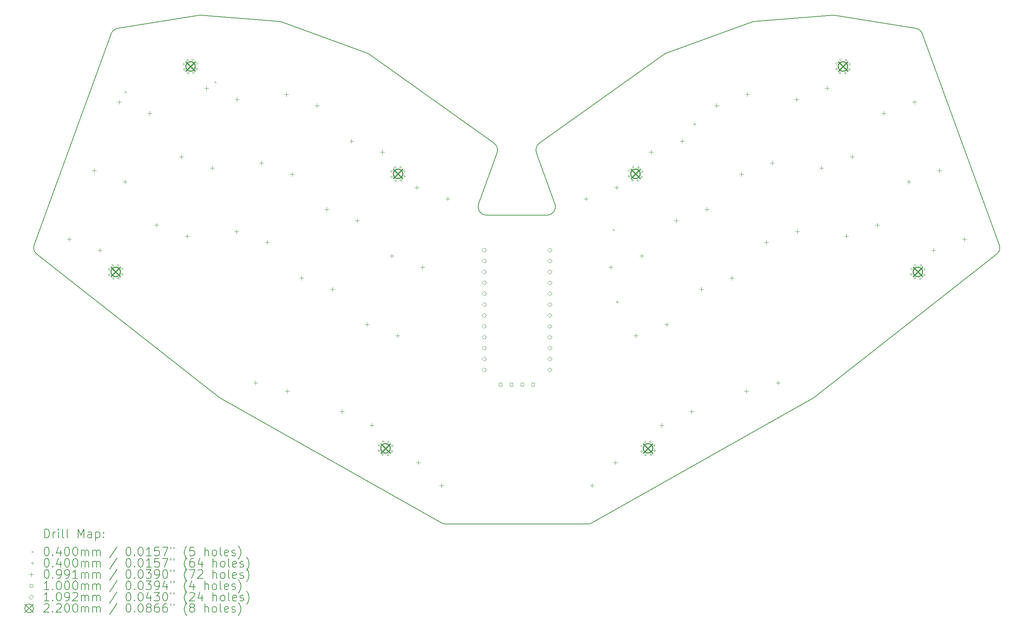
<source format=gbr>
%TF.GenerationSoftware,KiCad,Pcbnew,8.0.1*%
%TF.CreationDate,2024-04-14T13:59:20+09:00*%
%TF.ProjectId,lazyboy36,6c617a79-626f-4793-9336-2e6b69636164,v1.0.0*%
%TF.SameCoordinates,Original*%
%TF.FileFunction,Drillmap*%
%TF.FilePolarity,Positive*%
%FSLAX45Y45*%
G04 Gerber Fmt 4.5, Leading zero omitted, Abs format (unit mm)*
G04 Created by KiCad (PCBNEW 8.0.1) date 2024-04-14 13:59:20*
%MOMM*%
%LPD*%
G01*
G04 APERTURE LIST*
%ADD10C,0.150000*%
%ADD11C,0.200000*%
%ADD12C,0.100000*%
%ADD13C,0.109220*%
%ADD14C,0.220000*%
G04 APERTURE END LIST*
D10*
X17228151Y-19973355D02*
X13920996Y-19973357D01*
X24869697Y-8406959D02*
G75*
G02*
X25026162Y-8536061I-31467J-197501D01*
G01*
X26817430Y-13457536D02*
G75*
G02*
X26752947Y-13683290I-187940J-68404D01*
G01*
X6122987Y-8536062D02*
G75*
G02*
X6279449Y-8406958I187943J-68408D01*
G01*
X8640805Y-17013595D02*
X4396199Y-13683289D01*
X14871552Y-12768099D02*
G75*
G02*
X14683604Y-12499692I-12J199999D01*
G01*
X16465533Y-12499695D02*
X16033783Y-11313471D01*
X4396199Y-13683291D02*
G75*
G02*
X4331718Y-13457538I123431J157341D01*
G01*
X16465532Y-12499695D02*
G75*
G02*
X16277594Y-12768091I-187943J-68395D01*
G01*
X12148670Y-9015496D02*
X15043634Y-11082292D01*
X6279449Y-8406958D02*
X8173272Y-8105156D01*
X13920996Y-19973357D02*
G75*
G02*
X13822523Y-19947432I4J199997D01*
G01*
X13822522Y-19947434D02*
X8665787Y-17030323D01*
X16033783Y-11313471D02*
G75*
G02*
X16105513Y-11082293I187947J68401D01*
G01*
X22508342Y-17013596D02*
G75*
G02*
X22483359Y-17030323I-123392J157266D01*
G01*
X8173272Y-8105156D02*
G75*
G02*
X8220356Y-8103274I31468J-197404D01*
G01*
X22483360Y-17030324D02*
X17326624Y-19947432D01*
X21117166Y-8245085D02*
X22928792Y-8103274D01*
X25026159Y-8536062D02*
X26817431Y-13457537D01*
X8665787Y-17030323D02*
G75*
G02*
X8640806Y-17013595I98543J174173D01*
G01*
X14871552Y-12768099D02*
X16277594Y-12768099D01*
X19000477Y-9015497D02*
G75*
G02*
X19048281Y-8990333I116214J-162783D01*
G01*
X22928792Y-8103275D02*
G75*
G02*
X22975874Y-8105155I15608J-199575D01*
G01*
X15043634Y-11082292D02*
G75*
G02*
X15115365Y-11313472I-116214J-162778D01*
G01*
X17326624Y-19947432D02*
G75*
G02*
X17228151Y-19973357I-98474J174062D01*
G01*
X26752947Y-13683291D02*
X22508342Y-17013596D01*
X15115363Y-11313471D02*
X14683613Y-12499696D01*
X8220356Y-8103274D02*
X10031981Y-8245085D01*
X16105512Y-11082292D02*
X19000476Y-9015497D01*
X10031981Y-8245085D02*
G75*
G02*
X10084777Y-8256536I-15601J-199375D01*
G01*
X21064369Y-8256537D02*
G75*
G02*
X21117166Y-8245085I68401J-187913D01*
G01*
X10084777Y-8256536D02*
X12100866Y-8990333D01*
X12100866Y-8990333D02*
G75*
G02*
X12148670Y-9015497I-68436J-187997D01*
G01*
X22975874Y-8105155D02*
X24869695Y-8406959D01*
X19048281Y-8990333D02*
X21064369Y-8256537D01*
X4331717Y-13457537D02*
X6122987Y-8536062D01*
D11*
D12*
X6440181Y-9871662D02*
X6480181Y-9911662D01*
X6480181Y-9871662D02*
X6440181Y-9911662D01*
X8529580Y-9642456D02*
X8569580Y-9682456D01*
X8569580Y-9642456D02*
X8529580Y-9682456D01*
X17812686Y-13087233D02*
X17852686Y-13127233D01*
X17852686Y-13087233D02*
X17812686Y-13127233D01*
X17894881Y-14770651D02*
X17934881Y-14810651D01*
X17934881Y-14770651D02*
X17894881Y-14810651D01*
X19700696Y-10620542D02*
X19740696Y-10660542D01*
X19740696Y-10620542D02*
X19700696Y-10660542D01*
X6094864Y-14033457D02*
G75*
G02*
X6054864Y-14033457I-20000J0D01*
G01*
X6054864Y-14033457D02*
G75*
G02*
X6094864Y-14033457I20000J0D01*
G01*
X6100373Y-14159622D02*
G75*
G02*
X6060373Y-14159622I-20000J0D01*
G01*
X6060373Y-14159622D02*
G75*
G02*
X6100373Y-14159622I20000J0D01*
G01*
X6180181Y-13940349D02*
G75*
G02*
X6140181Y-13940349I-20000J0D01*
G01*
X6140181Y-13940349D02*
G75*
G02*
X6180181Y-13940349I20000J0D01*
G01*
X6193480Y-14244939D02*
G75*
G02*
X6153480Y-14244939I-20000J0D01*
G01*
X6153480Y-14244939D02*
G75*
G02*
X6193480Y-14244939I20000J0D01*
G01*
X6306346Y-13934841D02*
G75*
G02*
X6266346Y-13934841I-20000J0D01*
G01*
X6266346Y-13934841D02*
G75*
G02*
X6306346Y-13934841I20000J0D01*
G01*
X6319645Y-14239430D02*
G75*
G02*
X6279645Y-14239430I-20000J0D01*
G01*
X6279645Y-14239430D02*
G75*
G02*
X6319645Y-14239430I20000J0D01*
G01*
X6399454Y-14020158D02*
G75*
G02*
X6359454Y-14020158I-20000J0D01*
G01*
X6359454Y-14020158D02*
G75*
G02*
X6399454Y-14020158I20000J0D01*
G01*
X6404962Y-14146323D02*
G75*
G02*
X6364962Y-14146323I-20000J0D01*
G01*
X6364962Y-14146323D02*
G75*
G02*
X6404962Y-14146323I20000J0D01*
G01*
X7839167Y-9241024D02*
G75*
G02*
X7799167Y-9241024I-20000J0D01*
G01*
X7799167Y-9241024D02*
G75*
G02*
X7839167Y-9241024I20000J0D01*
G01*
X7844676Y-9367190D02*
G75*
G02*
X7804676Y-9367190I-20000J0D01*
G01*
X7804676Y-9367190D02*
G75*
G02*
X7844676Y-9367190I20000J0D01*
G01*
X7924485Y-9147917D02*
G75*
G02*
X7884485Y-9147917I-20000J0D01*
G01*
X7884485Y-9147917D02*
G75*
G02*
X7924485Y-9147917I20000J0D01*
G01*
X7937784Y-9452507D02*
G75*
G02*
X7897784Y-9452507I-20000J0D01*
G01*
X7897784Y-9452507D02*
G75*
G02*
X7937784Y-9452507I20000J0D01*
G01*
X8050650Y-9142408D02*
G75*
G02*
X8010650Y-9142408I-20000J0D01*
G01*
X8010650Y-9142408D02*
G75*
G02*
X8050650Y-9142408I20000J0D01*
G01*
X8063949Y-9446998D02*
G75*
G02*
X8023949Y-9446998I-20000J0D01*
G01*
X8023949Y-9446998D02*
G75*
G02*
X8063949Y-9446998I20000J0D01*
G01*
X8143757Y-9227726D02*
G75*
G02*
X8103757Y-9227726I-20000J0D01*
G01*
X8103757Y-9227726D02*
G75*
G02*
X8143757Y-9227726I20000J0D01*
G01*
X8149266Y-9353891D02*
G75*
G02*
X8109266Y-9353891I-20000J0D01*
G01*
X8109266Y-9353891D02*
G75*
G02*
X8149266Y-9353891I20000J0D01*
G01*
X12381619Y-18263118D02*
G75*
G02*
X12341619Y-18263118I-20000J0D01*
G01*
X12341619Y-18263118D02*
G75*
G02*
X12381619Y-18263118I20000J0D01*
G01*
X12387128Y-18136953D02*
G75*
G02*
X12347128Y-18136953I-20000J0D01*
G01*
X12347128Y-18136953D02*
G75*
G02*
X12387128Y-18136953I20000J0D01*
G01*
X12466937Y-18356225D02*
G75*
G02*
X12426937Y-18356225I-20000J0D01*
G01*
X12426937Y-18356225D02*
G75*
G02*
X12466937Y-18356225I20000J0D01*
G01*
X12480235Y-18051635D02*
G75*
G02*
X12440235Y-18051635I-20000J0D01*
G01*
X12440235Y-18051635D02*
G75*
G02*
X12480235Y-18051635I20000J0D01*
G01*
X12593102Y-18361733D02*
G75*
G02*
X12553102Y-18361733I-20000J0D01*
G01*
X12553102Y-18361733D02*
G75*
G02*
X12593102Y-18361733I20000J0D01*
G01*
X12606400Y-18057144D02*
G75*
G02*
X12566400Y-18057144I-20000J0D01*
G01*
X12566400Y-18057144D02*
G75*
G02*
X12606400Y-18057144I20000J0D01*
G01*
X12674093Y-11745717D02*
G75*
G02*
X12634093Y-11745717I-20000J0D01*
G01*
X12634093Y-11745717D02*
G75*
G02*
X12674093Y-11745717I20000J0D01*
G01*
X12679601Y-11871882D02*
G75*
G02*
X12639601Y-11871882I-20000J0D01*
G01*
X12639601Y-11871882D02*
G75*
G02*
X12679601Y-11871882I20000J0D01*
G01*
X12686209Y-18276416D02*
G75*
G02*
X12646209Y-18276416I-20000J0D01*
G01*
X12646209Y-18276416D02*
G75*
G02*
X12686209Y-18276416I20000J0D01*
G01*
X12691717Y-18150251D02*
G75*
G02*
X12651717Y-18150251I-20000J0D01*
G01*
X12651717Y-18150251D02*
G75*
G02*
X12691717Y-18150251I20000J0D01*
G01*
X12759410Y-11652610D02*
G75*
G02*
X12719410Y-11652610I-20000J0D01*
G01*
X12719410Y-11652610D02*
G75*
G02*
X12759410Y-11652610I20000J0D01*
G01*
X12772709Y-11957200D02*
G75*
G02*
X12732709Y-11957200I-20000J0D01*
G01*
X12732709Y-11957200D02*
G75*
G02*
X12772709Y-11957200I20000J0D01*
G01*
X12885575Y-11647101D02*
G75*
G02*
X12845575Y-11647101I-20000J0D01*
G01*
X12845575Y-11647101D02*
G75*
G02*
X12885575Y-11647101I20000J0D01*
G01*
X12898874Y-11951691D02*
G75*
G02*
X12858874Y-11951691I-20000J0D01*
G01*
X12858874Y-11951691D02*
G75*
G02*
X12898874Y-11951691I20000J0D01*
G01*
X12978682Y-11732418D02*
G75*
G02*
X12938682Y-11732418I-20000J0D01*
G01*
X12938682Y-11732418D02*
G75*
G02*
X12978682Y-11732418I20000J0D01*
G01*
X12984191Y-11858584D02*
G75*
G02*
X12944191Y-11858584I-20000J0D01*
G01*
X12944191Y-11858584D02*
G75*
G02*
X12984191Y-11858584I20000J0D01*
G01*
X18204955Y-11858584D02*
G75*
G02*
X18164955Y-11858584I-20000J0D01*
G01*
X18164955Y-11858584D02*
G75*
G02*
X18204955Y-11858584I20000J0D01*
G01*
X18210463Y-11732419D02*
G75*
G02*
X18170463Y-11732419I-20000J0D01*
G01*
X18170463Y-11732419D02*
G75*
G02*
X18210463Y-11732419I20000J0D01*
G01*
X18290272Y-11951692D02*
G75*
G02*
X18250272Y-11951692I-20000J0D01*
G01*
X18250272Y-11951692D02*
G75*
G02*
X18290272Y-11951692I20000J0D01*
G01*
X18303570Y-11647102D02*
G75*
G02*
X18263570Y-11647102I-20000J0D01*
G01*
X18263570Y-11647102D02*
G75*
G02*
X18303570Y-11647102I20000J0D01*
G01*
X18416437Y-11957200D02*
G75*
G02*
X18376437Y-11957200I-20000J0D01*
G01*
X18376437Y-11957200D02*
G75*
G02*
X18416437Y-11957200I20000J0D01*
G01*
X18429736Y-11652610D02*
G75*
G02*
X18389736Y-11652610I-20000J0D01*
G01*
X18389736Y-11652610D02*
G75*
G02*
X18429736Y-11652610I20000J0D01*
G01*
X18497429Y-18150252D02*
G75*
G02*
X18457429Y-18150252I-20000J0D01*
G01*
X18457429Y-18150252D02*
G75*
G02*
X18497429Y-18150252I20000J0D01*
G01*
X18502938Y-18276417D02*
G75*
G02*
X18462938Y-18276417I-20000J0D01*
G01*
X18462938Y-18276417D02*
G75*
G02*
X18502938Y-18276417I20000J0D01*
G01*
X18509544Y-11871883D02*
G75*
G02*
X18469544Y-11871883I-20000J0D01*
G01*
X18469544Y-11871883D02*
G75*
G02*
X18509544Y-11871883I20000J0D01*
G01*
X18515053Y-11745718D02*
G75*
G02*
X18475053Y-11745718I-20000J0D01*
G01*
X18475053Y-11745718D02*
G75*
G02*
X18515053Y-11745718I20000J0D01*
G01*
X18582747Y-18057144D02*
G75*
G02*
X18542747Y-18057144I-20000J0D01*
G01*
X18542747Y-18057144D02*
G75*
G02*
X18582747Y-18057144I20000J0D01*
G01*
X18596045Y-18361734D02*
G75*
G02*
X18556045Y-18361734I-20000J0D01*
G01*
X18556045Y-18361734D02*
G75*
G02*
X18596045Y-18361734I20000J0D01*
G01*
X18708912Y-18051636D02*
G75*
G02*
X18668912Y-18051636I-20000J0D01*
G01*
X18668912Y-18051636D02*
G75*
G02*
X18708912Y-18051636I20000J0D01*
G01*
X18722211Y-18356226D02*
G75*
G02*
X18682211Y-18356226I-20000J0D01*
G01*
X18682211Y-18356226D02*
G75*
G02*
X18722211Y-18356226I20000J0D01*
G01*
X18802019Y-18136953D02*
G75*
G02*
X18762019Y-18136953I-20000J0D01*
G01*
X18762019Y-18136953D02*
G75*
G02*
X18802019Y-18136953I20000J0D01*
G01*
X18807528Y-18263118D02*
G75*
G02*
X18767528Y-18263118I-20000J0D01*
G01*
X18767528Y-18263118D02*
G75*
G02*
X18807528Y-18263118I20000J0D01*
G01*
X23039880Y-9353890D02*
G75*
G02*
X22999880Y-9353890I-20000J0D01*
G01*
X22999880Y-9353890D02*
G75*
G02*
X23039880Y-9353890I20000J0D01*
G01*
X23045388Y-9227725D02*
G75*
G02*
X23005388Y-9227725I-20000J0D01*
G01*
X23005388Y-9227725D02*
G75*
G02*
X23045388Y-9227725I20000J0D01*
G01*
X23125197Y-9446998D02*
G75*
G02*
X23085197Y-9446998I-20000J0D01*
G01*
X23085197Y-9446998D02*
G75*
G02*
X23125197Y-9446998I20000J0D01*
G01*
X23138496Y-9142408D02*
G75*
G02*
X23098496Y-9142408I-20000J0D01*
G01*
X23098496Y-9142408D02*
G75*
G02*
X23138496Y-9142408I20000J0D01*
G01*
X23251362Y-9452506D02*
G75*
G02*
X23211362Y-9452506I-20000J0D01*
G01*
X23211362Y-9452506D02*
G75*
G02*
X23251362Y-9452506I20000J0D01*
G01*
X23264661Y-9147916D02*
G75*
G02*
X23224661Y-9147916I-20000J0D01*
G01*
X23224661Y-9147916D02*
G75*
G02*
X23264661Y-9147916I20000J0D01*
G01*
X23344470Y-9367189D02*
G75*
G02*
X23304470Y-9367189I-20000J0D01*
G01*
X23304470Y-9367189D02*
G75*
G02*
X23344470Y-9367189I20000J0D01*
G01*
X23349978Y-9241024D02*
G75*
G02*
X23309978Y-9241024I-20000J0D01*
G01*
X23309978Y-9241024D02*
G75*
G02*
X23349978Y-9241024I20000J0D01*
G01*
X24784183Y-14146322D02*
G75*
G02*
X24744183Y-14146322I-20000J0D01*
G01*
X24744183Y-14146322D02*
G75*
G02*
X24784183Y-14146322I20000J0D01*
G01*
X24789691Y-14020157D02*
G75*
G02*
X24749691Y-14020157I-20000J0D01*
G01*
X24749691Y-14020157D02*
G75*
G02*
X24789691Y-14020157I20000J0D01*
G01*
X24869500Y-14239430D02*
G75*
G02*
X24829500Y-14239430I-20000J0D01*
G01*
X24829500Y-14239430D02*
G75*
G02*
X24869500Y-14239430I20000J0D01*
G01*
X24882799Y-13934840D02*
G75*
G02*
X24842799Y-13934840I-20000J0D01*
G01*
X24842799Y-13934840D02*
G75*
G02*
X24882799Y-13934840I20000J0D01*
G01*
X24995665Y-14244938D02*
G75*
G02*
X24955665Y-14244938I-20000J0D01*
G01*
X24955665Y-14244938D02*
G75*
G02*
X24995665Y-14244938I20000J0D01*
G01*
X25008964Y-13940348D02*
G75*
G02*
X24968964Y-13940348I-20000J0D01*
G01*
X24968964Y-13940348D02*
G75*
G02*
X25008964Y-13940348I20000J0D01*
G01*
X25088773Y-14159621D02*
G75*
G02*
X25048773Y-14159621I-20000J0D01*
G01*
X25048773Y-14159621D02*
G75*
G02*
X25088773Y-14159621I20000J0D01*
G01*
X25094281Y-14033456D02*
G75*
G02*
X25054281Y-14033456I-20000J0D01*
G01*
X25054281Y-14033456D02*
G75*
G02*
X25094281Y-14033456I20000J0D01*
G01*
X5145875Y-13273340D02*
X5145875Y-13372400D01*
X5096345Y-13322870D02*
X5195405Y-13322870D01*
X5727309Y-11675861D02*
X5727309Y-11774921D01*
X5677779Y-11725391D02*
X5776839Y-11725391D01*
X5861921Y-13533959D02*
X5861921Y-13633019D01*
X5812391Y-13583489D02*
X5911451Y-13583489D01*
X6308743Y-10078385D02*
X6308743Y-10177445D01*
X6259213Y-10127915D02*
X6358273Y-10127915D01*
X6443355Y-11936480D02*
X6443355Y-12035540D01*
X6393825Y-11986010D02*
X6492885Y-11986010D01*
X7024789Y-10339004D02*
X7024789Y-10438064D01*
X6975259Y-10388534D02*
X7074319Y-10388534D01*
X7179341Y-12949283D02*
X7179341Y-13048343D01*
X7129811Y-12998813D02*
X7228871Y-12998813D01*
X7760775Y-11351806D02*
X7760775Y-11450866D01*
X7711245Y-11401336D02*
X7810305Y-11401336D01*
X7895387Y-13209902D02*
X7895387Y-13308962D01*
X7845857Y-13259432D02*
X7944917Y-13259432D01*
X8342210Y-9754329D02*
X8342210Y-9853389D01*
X8292680Y-9803859D02*
X8391740Y-9803859D01*
X8476821Y-11612425D02*
X8476821Y-11711485D01*
X8427291Y-11661955D02*
X8526351Y-11661955D01*
X9041798Y-13095072D02*
X9041798Y-13194132D01*
X8992268Y-13144602D02*
X9091328Y-13144602D01*
X9058256Y-10014948D02*
X9058256Y-10114008D01*
X9008726Y-10064478D02*
X9107786Y-10064478D01*
X9489517Y-16628203D02*
X9489517Y-16727263D01*
X9439987Y-16677733D02*
X9539047Y-16677733D01*
X9623232Y-11497596D02*
X9623232Y-11596656D01*
X9573702Y-11547126D02*
X9672762Y-11547126D01*
X9757844Y-13355691D02*
X9757844Y-13454751D01*
X9708314Y-13405221D02*
X9807374Y-13405221D01*
X10204667Y-9900119D02*
X10204667Y-9999179D01*
X10155137Y-9949649D02*
X10254197Y-9949649D01*
X10225553Y-16825423D02*
X10225553Y-16924483D01*
X10176023Y-16874953D02*
X10275083Y-16874953D01*
X10339278Y-11758215D02*
X10339278Y-11857275D01*
X10289748Y-11807745D02*
X10388808Y-11807745D01*
X10562234Y-14180556D02*
X10562234Y-14279616D01*
X10512704Y-14230086D02*
X10611764Y-14230086D01*
X10920713Y-10160738D02*
X10920713Y-10259798D01*
X10871183Y-10210268D02*
X10970243Y-10210268D01*
X11143669Y-12583078D02*
X11143669Y-12682138D01*
X11094139Y-12632608D02*
X11193199Y-12632608D01*
X11278280Y-14441175D02*
X11278280Y-14540235D01*
X11228750Y-14490705D02*
X11327810Y-14490705D01*
X11503604Y-17298574D02*
X11503604Y-17397634D01*
X11454074Y-17348104D02*
X11553134Y-17348104D01*
X11725102Y-10985601D02*
X11725102Y-11084661D01*
X11675572Y-11035131D02*
X11774632Y-11035131D01*
X11859715Y-12843697D02*
X11859715Y-12942757D01*
X11810185Y-12893227D02*
X11909245Y-12893227D01*
X12082672Y-15266039D02*
X12082672Y-15365099D01*
X12033142Y-15315569D02*
X12132202Y-15315569D01*
X12194211Y-17620609D02*
X12194211Y-17719669D01*
X12144681Y-17670139D02*
X12243741Y-17670139D01*
X12441148Y-11246220D02*
X12441148Y-11345280D01*
X12391618Y-11295750D02*
X12490678Y-11295750D01*
X12664106Y-13668561D02*
X12664106Y-13767621D01*
X12614576Y-13718091D02*
X12713636Y-13718091D01*
X12798718Y-15526658D02*
X12798718Y-15625718D01*
X12749188Y-15576188D02*
X12848248Y-15576188D01*
X13245540Y-12071084D02*
X13245540Y-12170144D01*
X13196010Y-12120614D02*
X13295070Y-12120614D01*
X13280742Y-18487692D02*
X13280742Y-18586752D01*
X13231212Y-18537222D02*
X13330272Y-18537222D01*
X13380152Y-13929180D02*
X13380152Y-14028240D01*
X13330622Y-13978710D02*
X13429682Y-13978710D01*
X13819557Y-19026507D02*
X13819557Y-19125567D01*
X13770027Y-19076037D02*
X13869087Y-19076037D01*
X13961586Y-12331703D02*
X13961586Y-12430763D01*
X13912056Y-12381233D02*
X14011116Y-12381233D01*
X17187561Y-12331702D02*
X17187561Y-12430762D01*
X17138031Y-12381232D02*
X17237091Y-12381232D01*
X17329590Y-19026507D02*
X17329590Y-19125567D01*
X17280060Y-19076037D02*
X17379120Y-19076037D01*
X17768994Y-13929181D02*
X17768994Y-14028241D01*
X17719464Y-13978711D02*
X17818524Y-13978711D01*
X17868405Y-18487692D02*
X17868405Y-18586752D01*
X17818875Y-18537222D02*
X17917935Y-18537222D01*
X17903606Y-12071082D02*
X17903606Y-12170142D01*
X17854076Y-12120612D02*
X17953136Y-12120612D01*
X18350430Y-15526657D02*
X18350430Y-15625717D01*
X18300900Y-15576187D02*
X18399960Y-15576187D01*
X18485040Y-13668562D02*
X18485040Y-13767622D01*
X18435510Y-13718092D02*
X18534570Y-13718092D01*
X18707997Y-11246219D02*
X18707997Y-11345279D01*
X18658467Y-11295749D02*
X18757527Y-11295749D01*
X18954936Y-17620608D02*
X18954936Y-17719668D01*
X18905406Y-17670138D02*
X19004466Y-17670138D01*
X19066475Y-15266038D02*
X19066475Y-15365098D01*
X19016945Y-15315568D02*
X19116005Y-15315568D01*
X19289431Y-12843699D02*
X19289431Y-12942759D01*
X19239901Y-12893229D02*
X19338961Y-12893229D01*
X19424043Y-10985600D02*
X19424043Y-11084660D01*
X19374513Y-11035130D02*
X19473573Y-11035130D01*
X19645542Y-17298573D02*
X19645542Y-17397633D01*
X19596012Y-17348103D02*
X19695072Y-17348103D01*
X19870866Y-14441176D02*
X19870866Y-14540236D01*
X19821336Y-14490706D02*
X19920396Y-14490706D01*
X20005477Y-12583079D02*
X20005477Y-12682139D01*
X19955947Y-12632609D02*
X20055007Y-12632609D01*
X20228435Y-10160738D02*
X20228435Y-10259798D01*
X20178905Y-10210268D02*
X20277965Y-10210268D01*
X20586911Y-14180557D02*
X20586911Y-14279617D01*
X20537381Y-14230087D02*
X20636441Y-14230087D01*
X20809867Y-11758215D02*
X20809867Y-11857275D01*
X20760337Y-11807745D02*
X20859397Y-11807745D01*
X20923595Y-16825422D02*
X20923595Y-16924482D01*
X20874065Y-16874952D02*
X20973125Y-16874952D01*
X20944480Y-9900119D02*
X20944480Y-9999179D01*
X20894950Y-9949649D02*
X20994010Y-9949649D01*
X21391302Y-13355692D02*
X21391302Y-13454752D01*
X21341772Y-13405222D02*
X21440832Y-13405222D01*
X21525913Y-11497595D02*
X21525913Y-11596655D01*
X21476383Y-11547125D02*
X21575443Y-11547125D01*
X21659630Y-16628201D02*
X21659630Y-16727261D01*
X21610100Y-16677731D02*
X21709160Y-16677731D01*
X22090890Y-10014949D02*
X22090890Y-10114009D01*
X22041360Y-10064479D02*
X22140420Y-10064479D01*
X22107348Y-13095073D02*
X22107348Y-13194133D01*
X22057818Y-13144603D02*
X22156878Y-13144603D01*
X22672325Y-11612424D02*
X22672325Y-11711484D01*
X22622795Y-11661954D02*
X22721855Y-11661954D01*
X22806935Y-9754330D02*
X22806935Y-9853390D01*
X22757405Y-9803860D02*
X22856465Y-9803860D01*
X23253759Y-13209902D02*
X23253759Y-13308962D01*
X23204229Y-13259432D02*
X23303289Y-13259432D01*
X23388370Y-11351805D02*
X23388370Y-11450865D01*
X23338840Y-11401335D02*
X23437900Y-11401335D01*
X23969804Y-12949283D02*
X23969804Y-13048343D01*
X23920274Y-12998813D02*
X24019334Y-12998813D01*
X24124357Y-10339003D02*
X24124357Y-10438063D01*
X24074827Y-10388533D02*
X24173887Y-10388533D01*
X24705792Y-11936481D02*
X24705792Y-12035541D01*
X24656262Y-11986011D02*
X24755322Y-11986011D01*
X24840403Y-10078384D02*
X24840403Y-10177444D01*
X24790873Y-10127914D02*
X24889933Y-10127914D01*
X25287225Y-13533958D02*
X25287225Y-13633018D01*
X25237695Y-13583488D02*
X25336755Y-13583488D01*
X25421837Y-11675862D02*
X25421837Y-11774922D01*
X25372307Y-11725392D02*
X25471367Y-11725392D01*
X26003271Y-13273339D02*
X26003271Y-13372399D01*
X25953741Y-13322869D02*
X26052801Y-13322869D01*
X15227929Y-16751387D02*
X15227929Y-16680676D01*
X15157218Y-16680676D01*
X15157218Y-16751387D01*
X15227929Y-16751387D01*
X15481929Y-16751388D02*
X15481929Y-16680676D01*
X15411218Y-16680676D01*
X15411218Y-16751388D01*
X15481929Y-16751388D01*
X15735929Y-16751387D02*
X15735929Y-16680676D01*
X15665218Y-16680676D01*
X15665218Y-16751387D01*
X15735929Y-16751387D01*
X15989929Y-16751387D02*
X15989929Y-16680676D01*
X15919218Y-16680676D01*
X15919218Y-16751387D01*
X15989929Y-16751387D01*
D13*
X14812572Y-16173644D02*
X14867182Y-16119034D01*
X14812572Y-16064424D01*
X14757962Y-16119034D01*
X14812572Y-16173644D01*
X14812572Y-13633644D02*
X14867182Y-13579034D01*
X14812572Y-13524424D01*
X14757962Y-13579034D01*
X14812572Y-13633644D01*
X14812572Y-14141644D02*
X14867182Y-14087034D01*
X14812572Y-14032424D01*
X14757962Y-14087034D01*
X14812572Y-14141644D01*
X14812572Y-14649644D02*
X14867182Y-14595034D01*
X14812572Y-14540424D01*
X14757962Y-14595034D01*
X14812572Y-14649644D01*
X14812572Y-14903644D02*
X14867182Y-14849034D01*
X14812572Y-14794424D01*
X14757962Y-14849034D01*
X14812572Y-14903644D01*
X14812572Y-15411644D02*
X14867182Y-15357034D01*
X14812572Y-15302424D01*
X14757962Y-15357034D01*
X14812572Y-15411644D01*
X14812572Y-15919644D02*
X14867182Y-15865034D01*
X14812572Y-15810424D01*
X14757962Y-15865034D01*
X14812572Y-15919644D01*
X14812572Y-15157644D02*
X14867182Y-15103034D01*
X14812572Y-15048424D01*
X14757962Y-15103034D01*
X14812572Y-15157644D01*
X14812572Y-16427644D02*
X14867182Y-16373034D01*
X14812572Y-16318424D01*
X14757962Y-16373034D01*
X14812572Y-16427644D01*
X14812572Y-13887644D02*
X14867182Y-13833034D01*
X14812572Y-13778424D01*
X14757962Y-13833034D01*
X14812572Y-13887644D01*
X14812572Y-14395644D02*
X14867182Y-14341034D01*
X14812572Y-14286424D01*
X14757962Y-14341034D01*
X14812572Y-14395644D01*
X14812573Y-15665644D02*
X14867183Y-15611034D01*
X14812573Y-15556424D01*
X14757963Y-15611034D01*
X14812573Y-15665644D01*
X16336572Y-14395644D02*
X16391182Y-14341034D01*
X16336572Y-14286424D01*
X16281962Y-14341034D01*
X16336572Y-14395644D01*
X16336572Y-15665644D02*
X16391182Y-15611034D01*
X16336572Y-15556424D01*
X16281962Y-15611034D01*
X16336572Y-15665644D01*
X16336572Y-16173644D02*
X16391182Y-16119034D01*
X16336572Y-16064424D01*
X16281962Y-16119034D01*
X16336572Y-16173644D01*
X16336572Y-13633644D02*
X16391182Y-13579034D01*
X16336572Y-13524424D01*
X16281962Y-13579034D01*
X16336572Y-13633644D01*
X16336572Y-14903644D02*
X16391182Y-14849034D01*
X16336572Y-14794424D01*
X16281962Y-14849034D01*
X16336572Y-14903644D01*
X16336572Y-14141644D02*
X16391182Y-14087034D01*
X16336572Y-14032424D01*
X16281962Y-14087034D01*
X16336572Y-14141644D01*
X16336572Y-14649644D02*
X16391182Y-14595034D01*
X16336572Y-14540424D01*
X16281962Y-14595034D01*
X16336572Y-14649644D01*
X16336572Y-15157644D02*
X16391182Y-15103034D01*
X16336572Y-15048424D01*
X16281962Y-15103034D01*
X16336572Y-15157644D01*
X16336572Y-15411644D02*
X16391182Y-15357034D01*
X16336572Y-15302424D01*
X16281962Y-15357034D01*
X16336572Y-15411644D01*
X16336572Y-15919644D02*
X16391182Y-15865034D01*
X16336572Y-15810424D01*
X16281962Y-15865034D01*
X16336572Y-15919644D01*
X16336572Y-16427644D02*
X16391182Y-16373034D01*
X16336572Y-16318424D01*
X16281962Y-16373034D01*
X16336572Y-16427644D01*
X16336573Y-13887644D02*
X16391183Y-13833034D01*
X16336573Y-13778424D01*
X16281963Y-13833034D01*
X16336573Y-13887644D01*
D14*
X6119913Y-13979890D02*
X6339913Y-14199890D01*
X6339913Y-13979890D02*
X6119913Y-14199890D01*
X6339913Y-14089890D02*
G75*
G02*
X6119913Y-14089890I-110000J0D01*
G01*
X6119913Y-14089890D02*
G75*
G02*
X6339913Y-14089890I110000J0D01*
G01*
X7864217Y-9187458D02*
X8084217Y-9407458D01*
X8084217Y-9187458D02*
X7864217Y-9407458D01*
X8084217Y-9297458D02*
G75*
G02*
X7864217Y-9297458I-110000J0D01*
G01*
X7864217Y-9297458D02*
G75*
G02*
X8084217Y-9297458I110000J0D01*
G01*
X12406668Y-18096684D02*
X12626668Y-18316684D01*
X12626668Y-18096684D02*
X12406668Y-18316684D01*
X12626668Y-18206684D02*
G75*
G02*
X12406668Y-18206684I-110000J0D01*
G01*
X12406668Y-18206684D02*
G75*
G02*
X12626668Y-18206684I110000J0D01*
G01*
X12699142Y-11692150D02*
X12919142Y-11912150D01*
X12919142Y-11692150D02*
X12699142Y-11912150D01*
X12919142Y-11802150D02*
G75*
G02*
X12699142Y-11802150I-110000J0D01*
G01*
X12699142Y-11802150D02*
G75*
G02*
X12919142Y-11802150I110000J0D01*
G01*
X18230004Y-11692151D02*
X18450004Y-11912151D01*
X18450004Y-11692151D02*
X18230004Y-11912151D01*
X18450004Y-11802151D02*
G75*
G02*
X18230004Y-11802151I-110000J0D01*
G01*
X18230004Y-11802151D02*
G75*
G02*
X18450004Y-11802151I110000J0D01*
G01*
X18522479Y-18096685D02*
X18742479Y-18316685D01*
X18742479Y-18096685D02*
X18522479Y-18316685D01*
X18742479Y-18206685D02*
G75*
G02*
X18522479Y-18206685I-110000J0D01*
G01*
X18522479Y-18206685D02*
G75*
G02*
X18742479Y-18206685I110000J0D01*
G01*
X23064929Y-9187457D02*
X23284929Y-9407457D01*
X23284929Y-9187457D02*
X23064929Y-9407457D01*
X23284929Y-9297457D02*
G75*
G02*
X23064929Y-9297457I-110000J0D01*
G01*
X23064929Y-9297457D02*
G75*
G02*
X23284929Y-9297457I110000J0D01*
G01*
X24809232Y-13979889D02*
X25029232Y-14199889D01*
X25029232Y-13979889D02*
X24809232Y-14199889D01*
X25029232Y-14089889D02*
G75*
G02*
X24809232Y-14089889I-110000J0D01*
G01*
X24809232Y-14089889D02*
G75*
G02*
X25029232Y-14089889I110000J0D01*
G01*
D11*
X4572929Y-20292341D02*
X4572929Y-20092341D01*
X4572929Y-20092341D02*
X4620548Y-20092341D01*
X4620548Y-20092341D02*
X4649119Y-20101865D01*
X4649119Y-20101865D02*
X4668167Y-20120912D01*
X4668167Y-20120912D02*
X4677690Y-20139960D01*
X4677690Y-20139960D02*
X4687214Y-20178055D01*
X4687214Y-20178055D02*
X4687214Y-20206626D01*
X4687214Y-20206626D02*
X4677690Y-20244722D01*
X4677690Y-20244722D02*
X4668167Y-20263769D01*
X4668167Y-20263769D02*
X4649119Y-20282817D01*
X4649119Y-20282817D02*
X4620548Y-20292341D01*
X4620548Y-20292341D02*
X4572929Y-20292341D01*
X4772929Y-20292341D02*
X4772929Y-20159007D01*
X4772929Y-20197103D02*
X4782452Y-20178055D01*
X4782452Y-20178055D02*
X4791976Y-20168531D01*
X4791976Y-20168531D02*
X4811024Y-20159007D01*
X4811024Y-20159007D02*
X4830071Y-20159007D01*
X4896738Y-20292341D02*
X4896738Y-20159007D01*
X4896738Y-20092341D02*
X4887214Y-20101865D01*
X4887214Y-20101865D02*
X4896738Y-20111388D01*
X4896738Y-20111388D02*
X4906262Y-20101865D01*
X4906262Y-20101865D02*
X4896738Y-20092341D01*
X4896738Y-20092341D02*
X4896738Y-20111388D01*
X5020548Y-20292341D02*
X5001500Y-20282817D01*
X5001500Y-20282817D02*
X4991976Y-20263769D01*
X4991976Y-20263769D02*
X4991976Y-20092341D01*
X5125309Y-20292341D02*
X5106262Y-20282817D01*
X5106262Y-20282817D02*
X5096738Y-20263769D01*
X5096738Y-20263769D02*
X5096738Y-20092341D01*
X5353881Y-20292341D02*
X5353881Y-20092341D01*
X5353881Y-20092341D02*
X5420548Y-20235198D01*
X5420548Y-20235198D02*
X5487214Y-20092341D01*
X5487214Y-20092341D02*
X5487214Y-20292341D01*
X5668167Y-20292341D02*
X5668167Y-20187579D01*
X5668167Y-20187579D02*
X5658643Y-20168531D01*
X5658643Y-20168531D02*
X5639595Y-20159007D01*
X5639595Y-20159007D02*
X5601500Y-20159007D01*
X5601500Y-20159007D02*
X5582452Y-20168531D01*
X5668167Y-20282817D02*
X5649119Y-20292341D01*
X5649119Y-20292341D02*
X5601500Y-20292341D01*
X5601500Y-20292341D02*
X5582452Y-20282817D01*
X5582452Y-20282817D02*
X5572929Y-20263769D01*
X5572929Y-20263769D02*
X5572929Y-20244722D01*
X5572929Y-20244722D02*
X5582452Y-20225674D01*
X5582452Y-20225674D02*
X5601500Y-20216150D01*
X5601500Y-20216150D02*
X5649119Y-20216150D01*
X5649119Y-20216150D02*
X5668167Y-20206626D01*
X5763405Y-20159007D02*
X5763405Y-20359007D01*
X5763405Y-20168531D02*
X5782452Y-20159007D01*
X5782452Y-20159007D02*
X5820548Y-20159007D01*
X5820548Y-20159007D02*
X5839595Y-20168531D01*
X5839595Y-20168531D02*
X5849119Y-20178055D01*
X5849119Y-20178055D02*
X5858643Y-20197103D01*
X5858643Y-20197103D02*
X5858643Y-20254245D01*
X5858643Y-20254245D02*
X5849119Y-20273293D01*
X5849119Y-20273293D02*
X5839595Y-20282817D01*
X5839595Y-20282817D02*
X5820548Y-20292341D01*
X5820548Y-20292341D02*
X5782452Y-20292341D01*
X5782452Y-20292341D02*
X5763405Y-20282817D01*
X5944357Y-20273293D02*
X5953881Y-20282817D01*
X5953881Y-20282817D02*
X5944357Y-20292341D01*
X5944357Y-20292341D02*
X5934833Y-20282817D01*
X5934833Y-20282817D02*
X5944357Y-20273293D01*
X5944357Y-20273293D02*
X5944357Y-20292341D01*
X5944357Y-20168531D02*
X5953881Y-20178055D01*
X5953881Y-20178055D02*
X5944357Y-20187579D01*
X5944357Y-20187579D02*
X5934833Y-20178055D01*
X5934833Y-20178055D02*
X5944357Y-20168531D01*
X5944357Y-20168531D02*
X5944357Y-20187579D01*
D12*
X4272152Y-20600857D02*
X4312152Y-20640857D01*
X4312152Y-20600857D02*
X4272152Y-20640857D01*
D11*
X4611024Y-20512341D02*
X4630071Y-20512341D01*
X4630071Y-20512341D02*
X4649119Y-20521865D01*
X4649119Y-20521865D02*
X4658643Y-20531388D01*
X4658643Y-20531388D02*
X4668167Y-20550436D01*
X4668167Y-20550436D02*
X4677690Y-20588531D01*
X4677690Y-20588531D02*
X4677690Y-20636150D01*
X4677690Y-20636150D02*
X4668167Y-20674245D01*
X4668167Y-20674245D02*
X4658643Y-20693293D01*
X4658643Y-20693293D02*
X4649119Y-20702817D01*
X4649119Y-20702817D02*
X4630071Y-20712341D01*
X4630071Y-20712341D02*
X4611024Y-20712341D01*
X4611024Y-20712341D02*
X4591976Y-20702817D01*
X4591976Y-20702817D02*
X4582452Y-20693293D01*
X4582452Y-20693293D02*
X4572929Y-20674245D01*
X4572929Y-20674245D02*
X4563405Y-20636150D01*
X4563405Y-20636150D02*
X4563405Y-20588531D01*
X4563405Y-20588531D02*
X4572929Y-20550436D01*
X4572929Y-20550436D02*
X4582452Y-20531388D01*
X4582452Y-20531388D02*
X4591976Y-20521865D01*
X4591976Y-20521865D02*
X4611024Y-20512341D01*
X4763405Y-20693293D02*
X4772929Y-20702817D01*
X4772929Y-20702817D02*
X4763405Y-20712341D01*
X4763405Y-20712341D02*
X4753881Y-20702817D01*
X4753881Y-20702817D02*
X4763405Y-20693293D01*
X4763405Y-20693293D02*
X4763405Y-20712341D01*
X4944357Y-20579007D02*
X4944357Y-20712341D01*
X4896738Y-20502817D02*
X4849119Y-20645674D01*
X4849119Y-20645674D02*
X4972929Y-20645674D01*
X5087214Y-20512341D02*
X5106262Y-20512341D01*
X5106262Y-20512341D02*
X5125310Y-20521865D01*
X5125310Y-20521865D02*
X5134833Y-20531388D01*
X5134833Y-20531388D02*
X5144357Y-20550436D01*
X5144357Y-20550436D02*
X5153881Y-20588531D01*
X5153881Y-20588531D02*
X5153881Y-20636150D01*
X5153881Y-20636150D02*
X5144357Y-20674245D01*
X5144357Y-20674245D02*
X5134833Y-20693293D01*
X5134833Y-20693293D02*
X5125310Y-20702817D01*
X5125310Y-20702817D02*
X5106262Y-20712341D01*
X5106262Y-20712341D02*
X5087214Y-20712341D01*
X5087214Y-20712341D02*
X5068167Y-20702817D01*
X5068167Y-20702817D02*
X5058643Y-20693293D01*
X5058643Y-20693293D02*
X5049119Y-20674245D01*
X5049119Y-20674245D02*
X5039595Y-20636150D01*
X5039595Y-20636150D02*
X5039595Y-20588531D01*
X5039595Y-20588531D02*
X5049119Y-20550436D01*
X5049119Y-20550436D02*
X5058643Y-20531388D01*
X5058643Y-20531388D02*
X5068167Y-20521865D01*
X5068167Y-20521865D02*
X5087214Y-20512341D01*
X5277690Y-20512341D02*
X5296738Y-20512341D01*
X5296738Y-20512341D02*
X5315786Y-20521865D01*
X5315786Y-20521865D02*
X5325310Y-20531388D01*
X5325310Y-20531388D02*
X5334833Y-20550436D01*
X5334833Y-20550436D02*
X5344357Y-20588531D01*
X5344357Y-20588531D02*
X5344357Y-20636150D01*
X5344357Y-20636150D02*
X5334833Y-20674245D01*
X5334833Y-20674245D02*
X5325310Y-20693293D01*
X5325310Y-20693293D02*
X5315786Y-20702817D01*
X5315786Y-20702817D02*
X5296738Y-20712341D01*
X5296738Y-20712341D02*
X5277690Y-20712341D01*
X5277690Y-20712341D02*
X5258643Y-20702817D01*
X5258643Y-20702817D02*
X5249119Y-20693293D01*
X5249119Y-20693293D02*
X5239595Y-20674245D01*
X5239595Y-20674245D02*
X5230071Y-20636150D01*
X5230071Y-20636150D02*
X5230071Y-20588531D01*
X5230071Y-20588531D02*
X5239595Y-20550436D01*
X5239595Y-20550436D02*
X5249119Y-20531388D01*
X5249119Y-20531388D02*
X5258643Y-20521865D01*
X5258643Y-20521865D02*
X5277690Y-20512341D01*
X5430071Y-20712341D02*
X5430071Y-20579007D01*
X5430071Y-20598055D02*
X5439595Y-20588531D01*
X5439595Y-20588531D02*
X5458643Y-20579007D01*
X5458643Y-20579007D02*
X5487214Y-20579007D01*
X5487214Y-20579007D02*
X5506262Y-20588531D01*
X5506262Y-20588531D02*
X5515786Y-20607579D01*
X5515786Y-20607579D02*
X5515786Y-20712341D01*
X5515786Y-20607579D02*
X5525310Y-20588531D01*
X5525310Y-20588531D02*
X5544357Y-20579007D01*
X5544357Y-20579007D02*
X5572929Y-20579007D01*
X5572929Y-20579007D02*
X5591976Y-20588531D01*
X5591976Y-20588531D02*
X5601500Y-20607579D01*
X5601500Y-20607579D02*
X5601500Y-20712341D01*
X5696738Y-20712341D02*
X5696738Y-20579007D01*
X5696738Y-20598055D02*
X5706262Y-20588531D01*
X5706262Y-20588531D02*
X5725309Y-20579007D01*
X5725309Y-20579007D02*
X5753881Y-20579007D01*
X5753881Y-20579007D02*
X5772929Y-20588531D01*
X5772929Y-20588531D02*
X5782452Y-20607579D01*
X5782452Y-20607579D02*
X5782452Y-20712341D01*
X5782452Y-20607579D02*
X5791976Y-20588531D01*
X5791976Y-20588531D02*
X5811024Y-20579007D01*
X5811024Y-20579007D02*
X5839595Y-20579007D01*
X5839595Y-20579007D02*
X5858643Y-20588531D01*
X5858643Y-20588531D02*
X5868167Y-20607579D01*
X5868167Y-20607579D02*
X5868167Y-20712341D01*
X6258643Y-20502817D02*
X6087214Y-20759960D01*
X6515786Y-20512341D02*
X6534833Y-20512341D01*
X6534833Y-20512341D02*
X6553881Y-20521865D01*
X6553881Y-20521865D02*
X6563405Y-20531388D01*
X6563405Y-20531388D02*
X6572929Y-20550436D01*
X6572929Y-20550436D02*
X6582452Y-20588531D01*
X6582452Y-20588531D02*
X6582452Y-20636150D01*
X6582452Y-20636150D02*
X6572929Y-20674245D01*
X6572929Y-20674245D02*
X6563405Y-20693293D01*
X6563405Y-20693293D02*
X6553881Y-20702817D01*
X6553881Y-20702817D02*
X6534833Y-20712341D01*
X6534833Y-20712341D02*
X6515786Y-20712341D01*
X6515786Y-20712341D02*
X6496738Y-20702817D01*
X6496738Y-20702817D02*
X6487214Y-20693293D01*
X6487214Y-20693293D02*
X6477691Y-20674245D01*
X6477691Y-20674245D02*
X6468167Y-20636150D01*
X6468167Y-20636150D02*
X6468167Y-20588531D01*
X6468167Y-20588531D02*
X6477691Y-20550436D01*
X6477691Y-20550436D02*
X6487214Y-20531388D01*
X6487214Y-20531388D02*
X6496738Y-20521865D01*
X6496738Y-20521865D02*
X6515786Y-20512341D01*
X6668167Y-20693293D02*
X6677691Y-20702817D01*
X6677691Y-20702817D02*
X6668167Y-20712341D01*
X6668167Y-20712341D02*
X6658643Y-20702817D01*
X6658643Y-20702817D02*
X6668167Y-20693293D01*
X6668167Y-20693293D02*
X6668167Y-20712341D01*
X6801500Y-20512341D02*
X6820548Y-20512341D01*
X6820548Y-20512341D02*
X6839595Y-20521865D01*
X6839595Y-20521865D02*
X6849119Y-20531388D01*
X6849119Y-20531388D02*
X6858643Y-20550436D01*
X6858643Y-20550436D02*
X6868167Y-20588531D01*
X6868167Y-20588531D02*
X6868167Y-20636150D01*
X6868167Y-20636150D02*
X6858643Y-20674245D01*
X6858643Y-20674245D02*
X6849119Y-20693293D01*
X6849119Y-20693293D02*
X6839595Y-20702817D01*
X6839595Y-20702817D02*
X6820548Y-20712341D01*
X6820548Y-20712341D02*
X6801500Y-20712341D01*
X6801500Y-20712341D02*
X6782452Y-20702817D01*
X6782452Y-20702817D02*
X6772929Y-20693293D01*
X6772929Y-20693293D02*
X6763405Y-20674245D01*
X6763405Y-20674245D02*
X6753881Y-20636150D01*
X6753881Y-20636150D02*
X6753881Y-20588531D01*
X6753881Y-20588531D02*
X6763405Y-20550436D01*
X6763405Y-20550436D02*
X6772929Y-20531388D01*
X6772929Y-20531388D02*
X6782452Y-20521865D01*
X6782452Y-20521865D02*
X6801500Y-20512341D01*
X7058643Y-20712341D02*
X6944357Y-20712341D01*
X7001500Y-20712341D02*
X7001500Y-20512341D01*
X7001500Y-20512341D02*
X6982452Y-20540912D01*
X6982452Y-20540912D02*
X6963405Y-20559960D01*
X6963405Y-20559960D02*
X6944357Y-20569484D01*
X7239595Y-20512341D02*
X7144357Y-20512341D01*
X7144357Y-20512341D02*
X7134833Y-20607579D01*
X7134833Y-20607579D02*
X7144357Y-20598055D01*
X7144357Y-20598055D02*
X7163405Y-20588531D01*
X7163405Y-20588531D02*
X7211024Y-20588531D01*
X7211024Y-20588531D02*
X7230072Y-20598055D01*
X7230072Y-20598055D02*
X7239595Y-20607579D01*
X7239595Y-20607579D02*
X7249119Y-20626626D01*
X7249119Y-20626626D02*
X7249119Y-20674245D01*
X7249119Y-20674245D02*
X7239595Y-20693293D01*
X7239595Y-20693293D02*
X7230072Y-20702817D01*
X7230072Y-20702817D02*
X7211024Y-20712341D01*
X7211024Y-20712341D02*
X7163405Y-20712341D01*
X7163405Y-20712341D02*
X7144357Y-20702817D01*
X7144357Y-20702817D02*
X7134833Y-20693293D01*
X7315786Y-20512341D02*
X7449119Y-20512341D01*
X7449119Y-20512341D02*
X7363405Y-20712341D01*
X7515786Y-20512341D02*
X7515786Y-20550436D01*
X7591976Y-20512341D02*
X7591976Y-20550436D01*
X7887215Y-20788531D02*
X7877691Y-20779007D01*
X7877691Y-20779007D02*
X7858643Y-20750436D01*
X7858643Y-20750436D02*
X7849119Y-20731388D01*
X7849119Y-20731388D02*
X7839595Y-20702817D01*
X7839595Y-20702817D02*
X7830072Y-20655198D01*
X7830072Y-20655198D02*
X7830072Y-20617103D01*
X7830072Y-20617103D02*
X7839595Y-20569484D01*
X7839595Y-20569484D02*
X7849119Y-20540912D01*
X7849119Y-20540912D02*
X7858643Y-20521865D01*
X7858643Y-20521865D02*
X7877691Y-20493293D01*
X7877691Y-20493293D02*
X7887215Y-20483769D01*
X8058643Y-20512341D02*
X7963405Y-20512341D01*
X7963405Y-20512341D02*
X7953881Y-20607579D01*
X7953881Y-20607579D02*
X7963405Y-20598055D01*
X7963405Y-20598055D02*
X7982453Y-20588531D01*
X7982453Y-20588531D02*
X8030072Y-20588531D01*
X8030072Y-20588531D02*
X8049119Y-20598055D01*
X8049119Y-20598055D02*
X8058643Y-20607579D01*
X8058643Y-20607579D02*
X8068167Y-20626626D01*
X8068167Y-20626626D02*
X8068167Y-20674245D01*
X8068167Y-20674245D02*
X8058643Y-20693293D01*
X8058643Y-20693293D02*
X8049119Y-20702817D01*
X8049119Y-20702817D02*
X8030072Y-20712341D01*
X8030072Y-20712341D02*
X7982453Y-20712341D01*
X7982453Y-20712341D02*
X7963405Y-20702817D01*
X7963405Y-20702817D02*
X7953881Y-20693293D01*
X8306262Y-20712341D02*
X8306262Y-20512341D01*
X8391977Y-20712341D02*
X8391977Y-20607579D01*
X8391977Y-20607579D02*
X8382453Y-20588531D01*
X8382453Y-20588531D02*
X8363405Y-20579007D01*
X8363405Y-20579007D02*
X8334834Y-20579007D01*
X8334834Y-20579007D02*
X8315786Y-20588531D01*
X8315786Y-20588531D02*
X8306262Y-20598055D01*
X8515786Y-20712341D02*
X8496738Y-20702817D01*
X8496738Y-20702817D02*
X8487215Y-20693293D01*
X8487215Y-20693293D02*
X8477691Y-20674245D01*
X8477691Y-20674245D02*
X8477691Y-20617103D01*
X8477691Y-20617103D02*
X8487215Y-20598055D01*
X8487215Y-20598055D02*
X8496738Y-20588531D01*
X8496738Y-20588531D02*
X8515786Y-20579007D01*
X8515786Y-20579007D02*
X8544358Y-20579007D01*
X8544358Y-20579007D02*
X8563405Y-20588531D01*
X8563405Y-20588531D02*
X8572929Y-20598055D01*
X8572929Y-20598055D02*
X8582453Y-20617103D01*
X8582453Y-20617103D02*
X8582453Y-20674245D01*
X8582453Y-20674245D02*
X8572929Y-20693293D01*
X8572929Y-20693293D02*
X8563405Y-20702817D01*
X8563405Y-20702817D02*
X8544358Y-20712341D01*
X8544358Y-20712341D02*
X8515786Y-20712341D01*
X8696738Y-20712341D02*
X8677691Y-20702817D01*
X8677691Y-20702817D02*
X8668167Y-20683769D01*
X8668167Y-20683769D02*
X8668167Y-20512341D01*
X8849119Y-20702817D02*
X8830072Y-20712341D01*
X8830072Y-20712341D02*
X8791977Y-20712341D01*
X8791977Y-20712341D02*
X8772929Y-20702817D01*
X8772929Y-20702817D02*
X8763405Y-20683769D01*
X8763405Y-20683769D02*
X8763405Y-20607579D01*
X8763405Y-20607579D02*
X8772929Y-20588531D01*
X8772929Y-20588531D02*
X8791977Y-20579007D01*
X8791977Y-20579007D02*
X8830072Y-20579007D01*
X8830072Y-20579007D02*
X8849119Y-20588531D01*
X8849119Y-20588531D02*
X8858643Y-20607579D01*
X8858643Y-20607579D02*
X8858643Y-20626626D01*
X8858643Y-20626626D02*
X8763405Y-20645674D01*
X8934834Y-20702817D02*
X8953881Y-20712341D01*
X8953881Y-20712341D02*
X8991977Y-20712341D01*
X8991977Y-20712341D02*
X9011024Y-20702817D01*
X9011024Y-20702817D02*
X9020548Y-20683769D01*
X9020548Y-20683769D02*
X9020548Y-20674245D01*
X9020548Y-20674245D02*
X9011024Y-20655198D01*
X9011024Y-20655198D02*
X8991977Y-20645674D01*
X8991977Y-20645674D02*
X8963405Y-20645674D01*
X8963405Y-20645674D02*
X8944358Y-20636150D01*
X8944358Y-20636150D02*
X8934834Y-20617103D01*
X8934834Y-20617103D02*
X8934834Y-20607579D01*
X8934834Y-20607579D02*
X8944358Y-20588531D01*
X8944358Y-20588531D02*
X8963405Y-20579007D01*
X8963405Y-20579007D02*
X8991977Y-20579007D01*
X8991977Y-20579007D02*
X9011024Y-20588531D01*
X9087215Y-20788531D02*
X9096739Y-20779007D01*
X9096739Y-20779007D02*
X9115786Y-20750436D01*
X9115786Y-20750436D02*
X9125310Y-20731388D01*
X9125310Y-20731388D02*
X9134834Y-20702817D01*
X9134834Y-20702817D02*
X9144358Y-20655198D01*
X9144358Y-20655198D02*
X9144358Y-20617103D01*
X9144358Y-20617103D02*
X9134834Y-20569484D01*
X9134834Y-20569484D02*
X9125310Y-20540912D01*
X9125310Y-20540912D02*
X9115786Y-20521865D01*
X9115786Y-20521865D02*
X9096739Y-20493293D01*
X9096739Y-20493293D02*
X9087215Y-20483769D01*
D12*
X4312152Y-20884857D02*
G75*
G02*
X4272152Y-20884857I-20000J0D01*
G01*
X4272152Y-20884857D02*
G75*
G02*
X4312152Y-20884857I20000J0D01*
G01*
D11*
X4611024Y-20776341D02*
X4630071Y-20776341D01*
X4630071Y-20776341D02*
X4649119Y-20785865D01*
X4649119Y-20785865D02*
X4658643Y-20795388D01*
X4658643Y-20795388D02*
X4668167Y-20814436D01*
X4668167Y-20814436D02*
X4677690Y-20852531D01*
X4677690Y-20852531D02*
X4677690Y-20900150D01*
X4677690Y-20900150D02*
X4668167Y-20938245D01*
X4668167Y-20938245D02*
X4658643Y-20957293D01*
X4658643Y-20957293D02*
X4649119Y-20966817D01*
X4649119Y-20966817D02*
X4630071Y-20976341D01*
X4630071Y-20976341D02*
X4611024Y-20976341D01*
X4611024Y-20976341D02*
X4591976Y-20966817D01*
X4591976Y-20966817D02*
X4582452Y-20957293D01*
X4582452Y-20957293D02*
X4572929Y-20938245D01*
X4572929Y-20938245D02*
X4563405Y-20900150D01*
X4563405Y-20900150D02*
X4563405Y-20852531D01*
X4563405Y-20852531D02*
X4572929Y-20814436D01*
X4572929Y-20814436D02*
X4582452Y-20795388D01*
X4582452Y-20795388D02*
X4591976Y-20785865D01*
X4591976Y-20785865D02*
X4611024Y-20776341D01*
X4763405Y-20957293D02*
X4772929Y-20966817D01*
X4772929Y-20966817D02*
X4763405Y-20976341D01*
X4763405Y-20976341D02*
X4753881Y-20966817D01*
X4753881Y-20966817D02*
X4763405Y-20957293D01*
X4763405Y-20957293D02*
X4763405Y-20976341D01*
X4944357Y-20843007D02*
X4944357Y-20976341D01*
X4896738Y-20766817D02*
X4849119Y-20909674D01*
X4849119Y-20909674D02*
X4972929Y-20909674D01*
X5087214Y-20776341D02*
X5106262Y-20776341D01*
X5106262Y-20776341D02*
X5125310Y-20785865D01*
X5125310Y-20785865D02*
X5134833Y-20795388D01*
X5134833Y-20795388D02*
X5144357Y-20814436D01*
X5144357Y-20814436D02*
X5153881Y-20852531D01*
X5153881Y-20852531D02*
X5153881Y-20900150D01*
X5153881Y-20900150D02*
X5144357Y-20938245D01*
X5144357Y-20938245D02*
X5134833Y-20957293D01*
X5134833Y-20957293D02*
X5125310Y-20966817D01*
X5125310Y-20966817D02*
X5106262Y-20976341D01*
X5106262Y-20976341D02*
X5087214Y-20976341D01*
X5087214Y-20976341D02*
X5068167Y-20966817D01*
X5068167Y-20966817D02*
X5058643Y-20957293D01*
X5058643Y-20957293D02*
X5049119Y-20938245D01*
X5049119Y-20938245D02*
X5039595Y-20900150D01*
X5039595Y-20900150D02*
X5039595Y-20852531D01*
X5039595Y-20852531D02*
X5049119Y-20814436D01*
X5049119Y-20814436D02*
X5058643Y-20795388D01*
X5058643Y-20795388D02*
X5068167Y-20785865D01*
X5068167Y-20785865D02*
X5087214Y-20776341D01*
X5277690Y-20776341D02*
X5296738Y-20776341D01*
X5296738Y-20776341D02*
X5315786Y-20785865D01*
X5315786Y-20785865D02*
X5325310Y-20795388D01*
X5325310Y-20795388D02*
X5334833Y-20814436D01*
X5334833Y-20814436D02*
X5344357Y-20852531D01*
X5344357Y-20852531D02*
X5344357Y-20900150D01*
X5344357Y-20900150D02*
X5334833Y-20938245D01*
X5334833Y-20938245D02*
X5325310Y-20957293D01*
X5325310Y-20957293D02*
X5315786Y-20966817D01*
X5315786Y-20966817D02*
X5296738Y-20976341D01*
X5296738Y-20976341D02*
X5277690Y-20976341D01*
X5277690Y-20976341D02*
X5258643Y-20966817D01*
X5258643Y-20966817D02*
X5249119Y-20957293D01*
X5249119Y-20957293D02*
X5239595Y-20938245D01*
X5239595Y-20938245D02*
X5230071Y-20900150D01*
X5230071Y-20900150D02*
X5230071Y-20852531D01*
X5230071Y-20852531D02*
X5239595Y-20814436D01*
X5239595Y-20814436D02*
X5249119Y-20795388D01*
X5249119Y-20795388D02*
X5258643Y-20785865D01*
X5258643Y-20785865D02*
X5277690Y-20776341D01*
X5430071Y-20976341D02*
X5430071Y-20843007D01*
X5430071Y-20862055D02*
X5439595Y-20852531D01*
X5439595Y-20852531D02*
X5458643Y-20843007D01*
X5458643Y-20843007D02*
X5487214Y-20843007D01*
X5487214Y-20843007D02*
X5506262Y-20852531D01*
X5506262Y-20852531D02*
X5515786Y-20871579D01*
X5515786Y-20871579D02*
X5515786Y-20976341D01*
X5515786Y-20871579D02*
X5525310Y-20852531D01*
X5525310Y-20852531D02*
X5544357Y-20843007D01*
X5544357Y-20843007D02*
X5572929Y-20843007D01*
X5572929Y-20843007D02*
X5591976Y-20852531D01*
X5591976Y-20852531D02*
X5601500Y-20871579D01*
X5601500Y-20871579D02*
X5601500Y-20976341D01*
X5696738Y-20976341D02*
X5696738Y-20843007D01*
X5696738Y-20862055D02*
X5706262Y-20852531D01*
X5706262Y-20852531D02*
X5725309Y-20843007D01*
X5725309Y-20843007D02*
X5753881Y-20843007D01*
X5753881Y-20843007D02*
X5772929Y-20852531D01*
X5772929Y-20852531D02*
X5782452Y-20871579D01*
X5782452Y-20871579D02*
X5782452Y-20976341D01*
X5782452Y-20871579D02*
X5791976Y-20852531D01*
X5791976Y-20852531D02*
X5811024Y-20843007D01*
X5811024Y-20843007D02*
X5839595Y-20843007D01*
X5839595Y-20843007D02*
X5858643Y-20852531D01*
X5858643Y-20852531D02*
X5868167Y-20871579D01*
X5868167Y-20871579D02*
X5868167Y-20976341D01*
X6258643Y-20766817D02*
X6087214Y-21023960D01*
X6515786Y-20776341D02*
X6534833Y-20776341D01*
X6534833Y-20776341D02*
X6553881Y-20785865D01*
X6553881Y-20785865D02*
X6563405Y-20795388D01*
X6563405Y-20795388D02*
X6572929Y-20814436D01*
X6572929Y-20814436D02*
X6582452Y-20852531D01*
X6582452Y-20852531D02*
X6582452Y-20900150D01*
X6582452Y-20900150D02*
X6572929Y-20938245D01*
X6572929Y-20938245D02*
X6563405Y-20957293D01*
X6563405Y-20957293D02*
X6553881Y-20966817D01*
X6553881Y-20966817D02*
X6534833Y-20976341D01*
X6534833Y-20976341D02*
X6515786Y-20976341D01*
X6515786Y-20976341D02*
X6496738Y-20966817D01*
X6496738Y-20966817D02*
X6487214Y-20957293D01*
X6487214Y-20957293D02*
X6477691Y-20938245D01*
X6477691Y-20938245D02*
X6468167Y-20900150D01*
X6468167Y-20900150D02*
X6468167Y-20852531D01*
X6468167Y-20852531D02*
X6477691Y-20814436D01*
X6477691Y-20814436D02*
X6487214Y-20795388D01*
X6487214Y-20795388D02*
X6496738Y-20785865D01*
X6496738Y-20785865D02*
X6515786Y-20776341D01*
X6668167Y-20957293D02*
X6677691Y-20966817D01*
X6677691Y-20966817D02*
X6668167Y-20976341D01*
X6668167Y-20976341D02*
X6658643Y-20966817D01*
X6658643Y-20966817D02*
X6668167Y-20957293D01*
X6668167Y-20957293D02*
X6668167Y-20976341D01*
X6801500Y-20776341D02*
X6820548Y-20776341D01*
X6820548Y-20776341D02*
X6839595Y-20785865D01*
X6839595Y-20785865D02*
X6849119Y-20795388D01*
X6849119Y-20795388D02*
X6858643Y-20814436D01*
X6858643Y-20814436D02*
X6868167Y-20852531D01*
X6868167Y-20852531D02*
X6868167Y-20900150D01*
X6868167Y-20900150D02*
X6858643Y-20938245D01*
X6858643Y-20938245D02*
X6849119Y-20957293D01*
X6849119Y-20957293D02*
X6839595Y-20966817D01*
X6839595Y-20966817D02*
X6820548Y-20976341D01*
X6820548Y-20976341D02*
X6801500Y-20976341D01*
X6801500Y-20976341D02*
X6782452Y-20966817D01*
X6782452Y-20966817D02*
X6772929Y-20957293D01*
X6772929Y-20957293D02*
X6763405Y-20938245D01*
X6763405Y-20938245D02*
X6753881Y-20900150D01*
X6753881Y-20900150D02*
X6753881Y-20852531D01*
X6753881Y-20852531D02*
X6763405Y-20814436D01*
X6763405Y-20814436D02*
X6772929Y-20795388D01*
X6772929Y-20795388D02*
X6782452Y-20785865D01*
X6782452Y-20785865D02*
X6801500Y-20776341D01*
X7058643Y-20976341D02*
X6944357Y-20976341D01*
X7001500Y-20976341D02*
X7001500Y-20776341D01*
X7001500Y-20776341D02*
X6982452Y-20804912D01*
X6982452Y-20804912D02*
X6963405Y-20823960D01*
X6963405Y-20823960D02*
X6944357Y-20833484D01*
X7239595Y-20776341D02*
X7144357Y-20776341D01*
X7144357Y-20776341D02*
X7134833Y-20871579D01*
X7134833Y-20871579D02*
X7144357Y-20862055D01*
X7144357Y-20862055D02*
X7163405Y-20852531D01*
X7163405Y-20852531D02*
X7211024Y-20852531D01*
X7211024Y-20852531D02*
X7230072Y-20862055D01*
X7230072Y-20862055D02*
X7239595Y-20871579D01*
X7239595Y-20871579D02*
X7249119Y-20890626D01*
X7249119Y-20890626D02*
X7249119Y-20938245D01*
X7249119Y-20938245D02*
X7239595Y-20957293D01*
X7239595Y-20957293D02*
X7230072Y-20966817D01*
X7230072Y-20966817D02*
X7211024Y-20976341D01*
X7211024Y-20976341D02*
X7163405Y-20976341D01*
X7163405Y-20976341D02*
X7144357Y-20966817D01*
X7144357Y-20966817D02*
X7134833Y-20957293D01*
X7315786Y-20776341D02*
X7449119Y-20776341D01*
X7449119Y-20776341D02*
X7363405Y-20976341D01*
X7515786Y-20776341D02*
X7515786Y-20814436D01*
X7591976Y-20776341D02*
X7591976Y-20814436D01*
X7887215Y-21052531D02*
X7877691Y-21043007D01*
X7877691Y-21043007D02*
X7858643Y-21014436D01*
X7858643Y-21014436D02*
X7849119Y-20995388D01*
X7849119Y-20995388D02*
X7839595Y-20966817D01*
X7839595Y-20966817D02*
X7830072Y-20919198D01*
X7830072Y-20919198D02*
X7830072Y-20881103D01*
X7830072Y-20881103D02*
X7839595Y-20833484D01*
X7839595Y-20833484D02*
X7849119Y-20804912D01*
X7849119Y-20804912D02*
X7858643Y-20785865D01*
X7858643Y-20785865D02*
X7877691Y-20757293D01*
X7877691Y-20757293D02*
X7887215Y-20747769D01*
X8049119Y-20776341D02*
X8011024Y-20776341D01*
X8011024Y-20776341D02*
X7991976Y-20785865D01*
X7991976Y-20785865D02*
X7982453Y-20795388D01*
X7982453Y-20795388D02*
X7963405Y-20823960D01*
X7963405Y-20823960D02*
X7953881Y-20862055D01*
X7953881Y-20862055D02*
X7953881Y-20938245D01*
X7953881Y-20938245D02*
X7963405Y-20957293D01*
X7963405Y-20957293D02*
X7972929Y-20966817D01*
X7972929Y-20966817D02*
X7991976Y-20976341D01*
X7991976Y-20976341D02*
X8030072Y-20976341D01*
X8030072Y-20976341D02*
X8049119Y-20966817D01*
X8049119Y-20966817D02*
X8058643Y-20957293D01*
X8058643Y-20957293D02*
X8068167Y-20938245D01*
X8068167Y-20938245D02*
X8068167Y-20890626D01*
X8068167Y-20890626D02*
X8058643Y-20871579D01*
X8058643Y-20871579D02*
X8049119Y-20862055D01*
X8049119Y-20862055D02*
X8030072Y-20852531D01*
X8030072Y-20852531D02*
X7991976Y-20852531D01*
X7991976Y-20852531D02*
X7972929Y-20862055D01*
X7972929Y-20862055D02*
X7963405Y-20871579D01*
X7963405Y-20871579D02*
X7953881Y-20890626D01*
X8239595Y-20843007D02*
X8239595Y-20976341D01*
X8191976Y-20766817D02*
X8144357Y-20909674D01*
X8144357Y-20909674D02*
X8268167Y-20909674D01*
X8496738Y-20976341D02*
X8496738Y-20776341D01*
X8582453Y-20976341D02*
X8582453Y-20871579D01*
X8582453Y-20871579D02*
X8572929Y-20852531D01*
X8572929Y-20852531D02*
X8553881Y-20843007D01*
X8553881Y-20843007D02*
X8525310Y-20843007D01*
X8525310Y-20843007D02*
X8506262Y-20852531D01*
X8506262Y-20852531D02*
X8496738Y-20862055D01*
X8706262Y-20976341D02*
X8687215Y-20966817D01*
X8687215Y-20966817D02*
X8677691Y-20957293D01*
X8677691Y-20957293D02*
X8668167Y-20938245D01*
X8668167Y-20938245D02*
X8668167Y-20881103D01*
X8668167Y-20881103D02*
X8677691Y-20862055D01*
X8677691Y-20862055D02*
X8687215Y-20852531D01*
X8687215Y-20852531D02*
X8706262Y-20843007D01*
X8706262Y-20843007D02*
X8734834Y-20843007D01*
X8734834Y-20843007D02*
X8753881Y-20852531D01*
X8753881Y-20852531D02*
X8763405Y-20862055D01*
X8763405Y-20862055D02*
X8772929Y-20881103D01*
X8772929Y-20881103D02*
X8772929Y-20938245D01*
X8772929Y-20938245D02*
X8763405Y-20957293D01*
X8763405Y-20957293D02*
X8753881Y-20966817D01*
X8753881Y-20966817D02*
X8734834Y-20976341D01*
X8734834Y-20976341D02*
X8706262Y-20976341D01*
X8887215Y-20976341D02*
X8868167Y-20966817D01*
X8868167Y-20966817D02*
X8858643Y-20947769D01*
X8858643Y-20947769D02*
X8858643Y-20776341D01*
X9039596Y-20966817D02*
X9020548Y-20976341D01*
X9020548Y-20976341D02*
X8982453Y-20976341D01*
X8982453Y-20976341D02*
X8963405Y-20966817D01*
X8963405Y-20966817D02*
X8953881Y-20947769D01*
X8953881Y-20947769D02*
X8953881Y-20871579D01*
X8953881Y-20871579D02*
X8963405Y-20852531D01*
X8963405Y-20852531D02*
X8982453Y-20843007D01*
X8982453Y-20843007D02*
X9020548Y-20843007D01*
X9020548Y-20843007D02*
X9039596Y-20852531D01*
X9039596Y-20852531D02*
X9049119Y-20871579D01*
X9049119Y-20871579D02*
X9049119Y-20890626D01*
X9049119Y-20890626D02*
X8953881Y-20909674D01*
X9125310Y-20966817D02*
X9144358Y-20976341D01*
X9144358Y-20976341D02*
X9182453Y-20976341D01*
X9182453Y-20976341D02*
X9201500Y-20966817D01*
X9201500Y-20966817D02*
X9211024Y-20947769D01*
X9211024Y-20947769D02*
X9211024Y-20938245D01*
X9211024Y-20938245D02*
X9201500Y-20919198D01*
X9201500Y-20919198D02*
X9182453Y-20909674D01*
X9182453Y-20909674D02*
X9153881Y-20909674D01*
X9153881Y-20909674D02*
X9134834Y-20900150D01*
X9134834Y-20900150D02*
X9125310Y-20881103D01*
X9125310Y-20881103D02*
X9125310Y-20871579D01*
X9125310Y-20871579D02*
X9134834Y-20852531D01*
X9134834Y-20852531D02*
X9153881Y-20843007D01*
X9153881Y-20843007D02*
X9182453Y-20843007D01*
X9182453Y-20843007D02*
X9201500Y-20852531D01*
X9277691Y-21052531D02*
X9287215Y-21043007D01*
X9287215Y-21043007D02*
X9306262Y-21014436D01*
X9306262Y-21014436D02*
X9315786Y-20995388D01*
X9315786Y-20995388D02*
X9325310Y-20966817D01*
X9325310Y-20966817D02*
X9334834Y-20919198D01*
X9334834Y-20919198D02*
X9334834Y-20881103D01*
X9334834Y-20881103D02*
X9325310Y-20833484D01*
X9325310Y-20833484D02*
X9315786Y-20804912D01*
X9315786Y-20804912D02*
X9306262Y-20785865D01*
X9306262Y-20785865D02*
X9287215Y-20757293D01*
X9287215Y-20757293D02*
X9277691Y-20747769D01*
D12*
X4262622Y-21099327D02*
X4262622Y-21198387D01*
X4213092Y-21148857D02*
X4312152Y-21148857D01*
D11*
X4611024Y-21040341D02*
X4630071Y-21040341D01*
X4630071Y-21040341D02*
X4649119Y-21049865D01*
X4649119Y-21049865D02*
X4658643Y-21059388D01*
X4658643Y-21059388D02*
X4668167Y-21078436D01*
X4668167Y-21078436D02*
X4677690Y-21116531D01*
X4677690Y-21116531D02*
X4677690Y-21164150D01*
X4677690Y-21164150D02*
X4668167Y-21202245D01*
X4668167Y-21202245D02*
X4658643Y-21221293D01*
X4658643Y-21221293D02*
X4649119Y-21230817D01*
X4649119Y-21230817D02*
X4630071Y-21240341D01*
X4630071Y-21240341D02*
X4611024Y-21240341D01*
X4611024Y-21240341D02*
X4591976Y-21230817D01*
X4591976Y-21230817D02*
X4582452Y-21221293D01*
X4582452Y-21221293D02*
X4572929Y-21202245D01*
X4572929Y-21202245D02*
X4563405Y-21164150D01*
X4563405Y-21164150D02*
X4563405Y-21116531D01*
X4563405Y-21116531D02*
X4572929Y-21078436D01*
X4572929Y-21078436D02*
X4582452Y-21059388D01*
X4582452Y-21059388D02*
X4591976Y-21049865D01*
X4591976Y-21049865D02*
X4611024Y-21040341D01*
X4763405Y-21221293D02*
X4772929Y-21230817D01*
X4772929Y-21230817D02*
X4763405Y-21240341D01*
X4763405Y-21240341D02*
X4753881Y-21230817D01*
X4753881Y-21230817D02*
X4763405Y-21221293D01*
X4763405Y-21221293D02*
X4763405Y-21240341D01*
X4868167Y-21240341D02*
X4906262Y-21240341D01*
X4906262Y-21240341D02*
X4925310Y-21230817D01*
X4925310Y-21230817D02*
X4934833Y-21221293D01*
X4934833Y-21221293D02*
X4953881Y-21192722D01*
X4953881Y-21192722D02*
X4963405Y-21154626D01*
X4963405Y-21154626D02*
X4963405Y-21078436D01*
X4963405Y-21078436D02*
X4953881Y-21059388D01*
X4953881Y-21059388D02*
X4944357Y-21049865D01*
X4944357Y-21049865D02*
X4925310Y-21040341D01*
X4925310Y-21040341D02*
X4887214Y-21040341D01*
X4887214Y-21040341D02*
X4868167Y-21049865D01*
X4868167Y-21049865D02*
X4858643Y-21059388D01*
X4858643Y-21059388D02*
X4849119Y-21078436D01*
X4849119Y-21078436D02*
X4849119Y-21126055D01*
X4849119Y-21126055D02*
X4858643Y-21145103D01*
X4858643Y-21145103D02*
X4868167Y-21154626D01*
X4868167Y-21154626D02*
X4887214Y-21164150D01*
X4887214Y-21164150D02*
X4925310Y-21164150D01*
X4925310Y-21164150D02*
X4944357Y-21154626D01*
X4944357Y-21154626D02*
X4953881Y-21145103D01*
X4953881Y-21145103D02*
X4963405Y-21126055D01*
X5058643Y-21240341D02*
X5096738Y-21240341D01*
X5096738Y-21240341D02*
X5115786Y-21230817D01*
X5115786Y-21230817D02*
X5125310Y-21221293D01*
X5125310Y-21221293D02*
X5144357Y-21192722D01*
X5144357Y-21192722D02*
X5153881Y-21154626D01*
X5153881Y-21154626D02*
X5153881Y-21078436D01*
X5153881Y-21078436D02*
X5144357Y-21059388D01*
X5144357Y-21059388D02*
X5134833Y-21049865D01*
X5134833Y-21049865D02*
X5115786Y-21040341D01*
X5115786Y-21040341D02*
X5077690Y-21040341D01*
X5077690Y-21040341D02*
X5058643Y-21049865D01*
X5058643Y-21049865D02*
X5049119Y-21059388D01*
X5049119Y-21059388D02*
X5039595Y-21078436D01*
X5039595Y-21078436D02*
X5039595Y-21126055D01*
X5039595Y-21126055D02*
X5049119Y-21145103D01*
X5049119Y-21145103D02*
X5058643Y-21154626D01*
X5058643Y-21154626D02*
X5077690Y-21164150D01*
X5077690Y-21164150D02*
X5115786Y-21164150D01*
X5115786Y-21164150D02*
X5134833Y-21154626D01*
X5134833Y-21154626D02*
X5144357Y-21145103D01*
X5144357Y-21145103D02*
X5153881Y-21126055D01*
X5344357Y-21240341D02*
X5230071Y-21240341D01*
X5287214Y-21240341D02*
X5287214Y-21040341D01*
X5287214Y-21040341D02*
X5268167Y-21068912D01*
X5268167Y-21068912D02*
X5249119Y-21087960D01*
X5249119Y-21087960D02*
X5230071Y-21097484D01*
X5430071Y-21240341D02*
X5430071Y-21107007D01*
X5430071Y-21126055D02*
X5439595Y-21116531D01*
X5439595Y-21116531D02*
X5458643Y-21107007D01*
X5458643Y-21107007D02*
X5487214Y-21107007D01*
X5487214Y-21107007D02*
X5506262Y-21116531D01*
X5506262Y-21116531D02*
X5515786Y-21135579D01*
X5515786Y-21135579D02*
X5515786Y-21240341D01*
X5515786Y-21135579D02*
X5525310Y-21116531D01*
X5525310Y-21116531D02*
X5544357Y-21107007D01*
X5544357Y-21107007D02*
X5572929Y-21107007D01*
X5572929Y-21107007D02*
X5591976Y-21116531D01*
X5591976Y-21116531D02*
X5601500Y-21135579D01*
X5601500Y-21135579D02*
X5601500Y-21240341D01*
X5696738Y-21240341D02*
X5696738Y-21107007D01*
X5696738Y-21126055D02*
X5706262Y-21116531D01*
X5706262Y-21116531D02*
X5725309Y-21107007D01*
X5725309Y-21107007D02*
X5753881Y-21107007D01*
X5753881Y-21107007D02*
X5772929Y-21116531D01*
X5772929Y-21116531D02*
X5782452Y-21135579D01*
X5782452Y-21135579D02*
X5782452Y-21240341D01*
X5782452Y-21135579D02*
X5791976Y-21116531D01*
X5791976Y-21116531D02*
X5811024Y-21107007D01*
X5811024Y-21107007D02*
X5839595Y-21107007D01*
X5839595Y-21107007D02*
X5858643Y-21116531D01*
X5858643Y-21116531D02*
X5868167Y-21135579D01*
X5868167Y-21135579D02*
X5868167Y-21240341D01*
X6258643Y-21030817D02*
X6087214Y-21287960D01*
X6515786Y-21040341D02*
X6534833Y-21040341D01*
X6534833Y-21040341D02*
X6553881Y-21049865D01*
X6553881Y-21049865D02*
X6563405Y-21059388D01*
X6563405Y-21059388D02*
X6572929Y-21078436D01*
X6572929Y-21078436D02*
X6582452Y-21116531D01*
X6582452Y-21116531D02*
X6582452Y-21164150D01*
X6582452Y-21164150D02*
X6572929Y-21202245D01*
X6572929Y-21202245D02*
X6563405Y-21221293D01*
X6563405Y-21221293D02*
X6553881Y-21230817D01*
X6553881Y-21230817D02*
X6534833Y-21240341D01*
X6534833Y-21240341D02*
X6515786Y-21240341D01*
X6515786Y-21240341D02*
X6496738Y-21230817D01*
X6496738Y-21230817D02*
X6487214Y-21221293D01*
X6487214Y-21221293D02*
X6477691Y-21202245D01*
X6477691Y-21202245D02*
X6468167Y-21164150D01*
X6468167Y-21164150D02*
X6468167Y-21116531D01*
X6468167Y-21116531D02*
X6477691Y-21078436D01*
X6477691Y-21078436D02*
X6487214Y-21059388D01*
X6487214Y-21059388D02*
X6496738Y-21049865D01*
X6496738Y-21049865D02*
X6515786Y-21040341D01*
X6668167Y-21221293D02*
X6677691Y-21230817D01*
X6677691Y-21230817D02*
X6668167Y-21240341D01*
X6668167Y-21240341D02*
X6658643Y-21230817D01*
X6658643Y-21230817D02*
X6668167Y-21221293D01*
X6668167Y-21221293D02*
X6668167Y-21240341D01*
X6801500Y-21040341D02*
X6820548Y-21040341D01*
X6820548Y-21040341D02*
X6839595Y-21049865D01*
X6839595Y-21049865D02*
X6849119Y-21059388D01*
X6849119Y-21059388D02*
X6858643Y-21078436D01*
X6858643Y-21078436D02*
X6868167Y-21116531D01*
X6868167Y-21116531D02*
X6868167Y-21164150D01*
X6868167Y-21164150D02*
X6858643Y-21202245D01*
X6858643Y-21202245D02*
X6849119Y-21221293D01*
X6849119Y-21221293D02*
X6839595Y-21230817D01*
X6839595Y-21230817D02*
X6820548Y-21240341D01*
X6820548Y-21240341D02*
X6801500Y-21240341D01*
X6801500Y-21240341D02*
X6782452Y-21230817D01*
X6782452Y-21230817D02*
X6772929Y-21221293D01*
X6772929Y-21221293D02*
X6763405Y-21202245D01*
X6763405Y-21202245D02*
X6753881Y-21164150D01*
X6753881Y-21164150D02*
X6753881Y-21116531D01*
X6753881Y-21116531D02*
X6763405Y-21078436D01*
X6763405Y-21078436D02*
X6772929Y-21059388D01*
X6772929Y-21059388D02*
X6782452Y-21049865D01*
X6782452Y-21049865D02*
X6801500Y-21040341D01*
X6934833Y-21040341D02*
X7058643Y-21040341D01*
X7058643Y-21040341D02*
X6991976Y-21116531D01*
X6991976Y-21116531D02*
X7020548Y-21116531D01*
X7020548Y-21116531D02*
X7039595Y-21126055D01*
X7039595Y-21126055D02*
X7049119Y-21135579D01*
X7049119Y-21135579D02*
X7058643Y-21154626D01*
X7058643Y-21154626D02*
X7058643Y-21202245D01*
X7058643Y-21202245D02*
X7049119Y-21221293D01*
X7049119Y-21221293D02*
X7039595Y-21230817D01*
X7039595Y-21230817D02*
X7020548Y-21240341D01*
X7020548Y-21240341D02*
X6963405Y-21240341D01*
X6963405Y-21240341D02*
X6944357Y-21230817D01*
X6944357Y-21230817D02*
X6934833Y-21221293D01*
X7153881Y-21240341D02*
X7191976Y-21240341D01*
X7191976Y-21240341D02*
X7211024Y-21230817D01*
X7211024Y-21230817D02*
X7220548Y-21221293D01*
X7220548Y-21221293D02*
X7239595Y-21192722D01*
X7239595Y-21192722D02*
X7249119Y-21154626D01*
X7249119Y-21154626D02*
X7249119Y-21078436D01*
X7249119Y-21078436D02*
X7239595Y-21059388D01*
X7239595Y-21059388D02*
X7230072Y-21049865D01*
X7230072Y-21049865D02*
X7211024Y-21040341D01*
X7211024Y-21040341D02*
X7172929Y-21040341D01*
X7172929Y-21040341D02*
X7153881Y-21049865D01*
X7153881Y-21049865D02*
X7144357Y-21059388D01*
X7144357Y-21059388D02*
X7134833Y-21078436D01*
X7134833Y-21078436D02*
X7134833Y-21126055D01*
X7134833Y-21126055D02*
X7144357Y-21145103D01*
X7144357Y-21145103D02*
X7153881Y-21154626D01*
X7153881Y-21154626D02*
X7172929Y-21164150D01*
X7172929Y-21164150D02*
X7211024Y-21164150D01*
X7211024Y-21164150D02*
X7230072Y-21154626D01*
X7230072Y-21154626D02*
X7239595Y-21145103D01*
X7239595Y-21145103D02*
X7249119Y-21126055D01*
X7372929Y-21040341D02*
X7391976Y-21040341D01*
X7391976Y-21040341D02*
X7411024Y-21049865D01*
X7411024Y-21049865D02*
X7420548Y-21059388D01*
X7420548Y-21059388D02*
X7430072Y-21078436D01*
X7430072Y-21078436D02*
X7439595Y-21116531D01*
X7439595Y-21116531D02*
X7439595Y-21164150D01*
X7439595Y-21164150D02*
X7430072Y-21202245D01*
X7430072Y-21202245D02*
X7420548Y-21221293D01*
X7420548Y-21221293D02*
X7411024Y-21230817D01*
X7411024Y-21230817D02*
X7391976Y-21240341D01*
X7391976Y-21240341D02*
X7372929Y-21240341D01*
X7372929Y-21240341D02*
X7353881Y-21230817D01*
X7353881Y-21230817D02*
X7344357Y-21221293D01*
X7344357Y-21221293D02*
X7334833Y-21202245D01*
X7334833Y-21202245D02*
X7325310Y-21164150D01*
X7325310Y-21164150D02*
X7325310Y-21116531D01*
X7325310Y-21116531D02*
X7334833Y-21078436D01*
X7334833Y-21078436D02*
X7344357Y-21059388D01*
X7344357Y-21059388D02*
X7353881Y-21049865D01*
X7353881Y-21049865D02*
X7372929Y-21040341D01*
X7515786Y-21040341D02*
X7515786Y-21078436D01*
X7591976Y-21040341D02*
X7591976Y-21078436D01*
X7887215Y-21316531D02*
X7877691Y-21307007D01*
X7877691Y-21307007D02*
X7858643Y-21278436D01*
X7858643Y-21278436D02*
X7849119Y-21259388D01*
X7849119Y-21259388D02*
X7839595Y-21230817D01*
X7839595Y-21230817D02*
X7830072Y-21183198D01*
X7830072Y-21183198D02*
X7830072Y-21145103D01*
X7830072Y-21145103D02*
X7839595Y-21097484D01*
X7839595Y-21097484D02*
X7849119Y-21068912D01*
X7849119Y-21068912D02*
X7858643Y-21049865D01*
X7858643Y-21049865D02*
X7877691Y-21021293D01*
X7877691Y-21021293D02*
X7887215Y-21011769D01*
X7944357Y-21040341D02*
X8077691Y-21040341D01*
X8077691Y-21040341D02*
X7991976Y-21240341D01*
X8144357Y-21059388D02*
X8153881Y-21049865D01*
X8153881Y-21049865D02*
X8172929Y-21040341D01*
X8172929Y-21040341D02*
X8220548Y-21040341D01*
X8220548Y-21040341D02*
X8239595Y-21049865D01*
X8239595Y-21049865D02*
X8249119Y-21059388D01*
X8249119Y-21059388D02*
X8258643Y-21078436D01*
X8258643Y-21078436D02*
X8258643Y-21097484D01*
X8258643Y-21097484D02*
X8249119Y-21126055D01*
X8249119Y-21126055D02*
X8134834Y-21240341D01*
X8134834Y-21240341D02*
X8258643Y-21240341D01*
X8496738Y-21240341D02*
X8496738Y-21040341D01*
X8582453Y-21240341D02*
X8582453Y-21135579D01*
X8582453Y-21135579D02*
X8572929Y-21116531D01*
X8572929Y-21116531D02*
X8553881Y-21107007D01*
X8553881Y-21107007D02*
X8525310Y-21107007D01*
X8525310Y-21107007D02*
X8506262Y-21116531D01*
X8506262Y-21116531D02*
X8496738Y-21126055D01*
X8706262Y-21240341D02*
X8687215Y-21230817D01*
X8687215Y-21230817D02*
X8677691Y-21221293D01*
X8677691Y-21221293D02*
X8668167Y-21202245D01*
X8668167Y-21202245D02*
X8668167Y-21145103D01*
X8668167Y-21145103D02*
X8677691Y-21126055D01*
X8677691Y-21126055D02*
X8687215Y-21116531D01*
X8687215Y-21116531D02*
X8706262Y-21107007D01*
X8706262Y-21107007D02*
X8734834Y-21107007D01*
X8734834Y-21107007D02*
X8753881Y-21116531D01*
X8753881Y-21116531D02*
X8763405Y-21126055D01*
X8763405Y-21126055D02*
X8772929Y-21145103D01*
X8772929Y-21145103D02*
X8772929Y-21202245D01*
X8772929Y-21202245D02*
X8763405Y-21221293D01*
X8763405Y-21221293D02*
X8753881Y-21230817D01*
X8753881Y-21230817D02*
X8734834Y-21240341D01*
X8734834Y-21240341D02*
X8706262Y-21240341D01*
X8887215Y-21240341D02*
X8868167Y-21230817D01*
X8868167Y-21230817D02*
X8858643Y-21211769D01*
X8858643Y-21211769D02*
X8858643Y-21040341D01*
X9039596Y-21230817D02*
X9020548Y-21240341D01*
X9020548Y-21240341D02*
X8982453Y-21240341D01*
X8982453Y-21240341D02*
X8963405Y-21230817D01*
X8963405Y-21230817D02*
X8953881Y-21211769D01*
X8953881Y-21211769D02*
X8953881Y-21135579D01*
X8953881Y-21135579D02*
X8963405Y-21116531D01*
X8963405Y-21116531D02*
X8982453Y-21107007D01*
X8982453Y-21107007D02*
X9020548Y-21107007D01*
X9020548Y-21107007D02*
X9039596Y-21116531D01*
X9039596Y-21116531D02*
X9049119Y-21135579D01*
X9049119Y-21135579D02*
X9049119Y-21154626D01*
X9049119Y-21154626D02*
X8953881Y-21173674D01*
X9125310Y-21230817D02*
X9144358Y-21240341D01*
X9144358Y-21240341D02*
X9182453Y-21240341D01*
X9182453Y-21240341D02*
X9201500Y-21230817D01*
X9201500Y-21230817D02*
X9211024Y-21211769D01*
X9211024Y-21211769D02*
X9211024Y-21202245D01*
X9211024Y-21202245D02*
X9201500Y-21183198D01*
X9201500Y-21183198D02*
X9182453Y-21173674D01*
X9182453Y-21173674D02*
X9153881Y-21173674D01*
X9153881Y-21173674D02*
X9134834Y-21164150D01*
X9134834Y-21164150D02*
X9125310Y-21145103D01*
X9125310Y-21145103D02*
X9125310Y-21135579D01*
X9125310Y-21135579D02*
X9134834Y-21116531D01*
X9134834Y-21116531D02*
X9153881Y-21107007D01*
X9153881Y-21107007D02*
X9182453Y-21107007D01*
X9182453Y-21107007D02*
X9201500Y-21116531D01*
X9277691Y-21316531D02*
X9287215Y-21307007D01*
X9287215Y-21307007D02*
X9306262Y-21278436D01*
X9306262Y-21278436D02*
X9315786Y-21259388D01*
X9315786Y-21259388D02*
X9325310Y-21230817D01*
X9325310Y-21230817D02*
X9334834Y-21183198D01*
X9334834Y-21183198D02*
X9334834Y-21145103D01*
X9334834Y-21145103D02*
X9325310Y-21097484D01*
X9325310Y-21097484D02*
X9315786Y-21068912D01*
X9315786Y-21068912D02*
X9306262Y-21049865D01*
X9306262Y-21049865D02*
X9287215Y-21021293D01*
X9287215Y-21021293D02*
X9277691Y-21011769D01*
D12*
X4297507Y-21448213D02*
X4297507Y-21377501D01*
X4226796Y-21377501D01*
X4226796Y-21448213D01*
X4297507Y-21448213D01*
D11*
X4677690Y-21504341D02*
X4563405Y-21504341D01*
X4620548Y-21504341D02*
X4620548Y-21304341D01*
X4620548Y-21304341D02*
X4601500Y-21332912D01*
X4601500Y-21332912D02*
X4582452Y-21351960D01*
X4582452Y-21351960D02*
X4563405Y-21361484D01*
X4763405Y-21485293D02*
X4772929Y-21494817D01*
X4772929Y-21494817D02*
X4763405Y-21504341D01*
X4763405Y-21504341D02*
X4753881Y-21494817D01*
X4753881Y-21494817D02*
X4763405Y-21485293D01*
X4763405Y-21485293D02*
X4763405Y-21504341D01*
X4896738Y-21304341D02*
X4915786Y-21304341D01*
X4915786Y-21304341D02*
X4934833Y-21313865D01*
X4934833Y-21313865D02*
X4944357Y-21323388D01*
X4944357Y-21323388D02*
X4953881Y-21342436D01*
X4953881Y-21342436D02*
X4963405Y-21380531D01*
X4963405Y-21380531D02*
X4963405Y-21428150D01*
X4963405Y-21428150D02*
X4953881Y-21466245D01*
X4953881Y-21466245D02*
X4944357Y-21485293D01*
X4944357Y-21485293D02*
X4934833Y-21494817D01*
X4934833Y-21494817D02*
X4915786Y-21504341D01*
X4915786Y-21504341D02*
X4896738Y-21504341D01*
X4896738Y-21504341D02*
X4877690Y-21494817D01*
X4877690Y-21494817D02*
X4868167Y-21485293D01*
X4868167Y-21485293D02*
X4858643Y-21466245D01*
X4858643Y-21466245D02*
X4849119Y-21428150D01*
X4849119Y-21428150D02*
X4849119Y-21380531D01*
X4849119Y-21380531D02*
X4858643Y-21342436D01*
X4858643Y-21342436D02*
X4868167Y-21323388D01*
X4868167Y-21323388D02*
X4877690Y-21313865D01*
X4877690Y-21313865D02*
X4896738Y-21304341D01*
X5087214Y-21304341D02*
X5106262Y-21304341D01*
X5106262Y-21304341D02*
X5125310Y-21313865D01*
X5125310Y-21313865D02*
X5134833Y-21323388D01*
X5134833Y-21323388D02*
X5144357Y-21342436D01*
X5144357Y-21342436D02*
X5153881Y-21380531D01*
X5153881Y-21380531D02*
X5153881Y-21428150D01*
X5153881Y-21428150D02*
X5144357Y-21466245D01*
X5144357Y-21466245D02*
X5134833Y-21485293D01*
X5134833Y-21485293D02*
X5125310Y-21494817D01*
X5125310Y-21494817D02*
X5106262Y-21504341D01*
X5106262Y-21504341D02*
X5087214Y-21504341D01*
X5087214Y-21504341D02*
X5068167Y-21494817D01*
X5068167Y-21494817D02*
X5058643Y-21485293D01*
X5058643Y-21485293D02*
X5049119Y-21466245D01*
X5049119Y-21466245D02*
X5039595Y-21428150D01*
X5039595Y-21428150D02*
X5039595Y-21380531D01*
X5039595Y-21380531D02*
X5049119Y-21342436D01*
X5049119Y-21342436D02*
X5058643Y-21323388D01*
X5058643Y-21323388D02*
X5068167Y-21313865D01*
X5068167Y-21313865D02*
X5087214Y-21304341D01*
X5277690Y-21304341D02*
X5296738Y-21304341D01*
X5296738Y-21304341D02*
X5315786Y-21313865D01*
X5315786Y-21313865D02*
X5325310Y-21323388D01*
X5325310Y-21323388D02*
X5334833Y-21342436D01*
X5334833Y-21342436D02*
X5344357Y-21380531D01*
X5344357Y-21380531D02*
X5344357Y-21428150D01*
X5344357Y-21428150D02*
X5334833Y-21466245D01*
X5334833Y-21466245D02*
X5325310Y-21485293D01*
X5325310Y-21485293D02*
X5315786Y-21494817D01*
X5315786Y-21494817D02*
X5296738Y-21504341D01*
X5296738Y-21504341D02*
X5277690Y-21504341D01*
X5277690Y-21504341D02*
X5258643Y-21494817D01*
X5258643Y-21494817D02*
X5249119Y-21485293D01*
X5249119Y-21485293D02*
X5239595Y-21466245D01*
X5239595Y-21466245D02*
X5230071Y-21428150D01*
X5230071Y-21428150D02*
X5230071Y-21380531D01*
X5230071Y-21380531D02*
X5239595Y-21342436D01*
X5239595Y-21342436D02*
X5249119Y-21323388D01*
X5249119Y-21323388D02*
X5258643Y-21313865D01*
X5258643Y-21313865D02*
X5277690Y-21304341D01*
X5430071Y-21504341D02*
X5430071Y-21371007D01*
X5430071Y-21390055D02*
X5439595Y-21380531D01*
X5439595Y-21380531D02*
X5458643Y-21371007D01*
X5458643Y-21371007D02*
X5487214Y-21371007D01*
X5487214Y-21371007D02*
X5506262Y-21380531D01*
X5506262Y-21380531D02*
X5515786Y-21399579D01*
X5515786Y-21399579D02*
X5515786Y-21504341D01*
X5515786Y-21399579D02*
X5525310Y-21380531D01*
X5525310Y-21380531D02*
X5544357Y-21371007D01*
X5544357Y-21371007D02*
X5572929Y-21371007D01*
X5572929Y-21371007D02*
X5591976Y-21380531D01*
X5591976Y-21380531D02*
X5601500Y-21399579D01*
X5601500Y-21399579D02*
X5601500Y-21504341D01*
X5696738Y-21504341D02*
X5696738Y-21371007D01*
X5696738Y-21390055D02*
X5706262Y-21380531D01*
X5706262Y-21380531D02*
X5725309Y-21371007D01*
X5725309Y-21371007D02*
X5753881Y-21371007D01*
X5753881Y-21371007D02*
X5772929Y-21380531D01*
X5772929Y-21380531D02*
X5782452Y-21399579D01*
X5782452Y-21399579D02*
X5782452Y-21504341D01*
X5782452Y-21399579D02*
X5791976Y-21380531D01*
X5791976Y-21380531D02*
X5811024Y-21371007D01*
X5811024Y-21371007D02*
X5839595Y-21371007D01*
X5839595Y-21371007D02*
X5858643Y-21380531D01*
X5858643Y-21380531D02*
X5868167Y-21399579D01*
X5868167Y-21399579D02*
X5868167Y-21504341D01*
X6258643Y-21294817D02*
X6087214Y-21551960D01*
X6515786Y-21304341D02*
X6534833Y-21304341D01*
X6534833Y-21304341D02*
X6553881Y-21313865D01*
X6553881Y-21313865D02*
X6563405Y-21323388D01*
X6563405Y-21323388D02*
X6572929Y-21342436D01*
X6572929Y-21342436D02*
X6582452Y-21380531D01*
X6582452Y-21380531D02*
X6582452Y-21428150D01*
X6582452Y-21428150D02*
X6572929Y-21466245D01*
X6572929Y-21466245D02*
X6563405Y-21485293D01*
X6563405Y-21485293D02*
X6553881Y-21494817D01*
X6553881Y-21494817D02*
X6534833Y-21504341D01*
X6534833Y-21504341D02*
X6515786Y-21504341D01*
X6515786Y-21504341D02*
X6496738Y-21494817D01*
X6496738Y-21494817D02*
X6487214Y-21485293D01*
X6487214Y-21485293D02*
X6477691Y-21466245D01*
X6477691Y-21466245D02*
X6468167Y-21428150D01*
X6468167Y-21428150D02*
X6468167Y-21380531D01*
X6468167Y-21380531D02*
X6477691Y-21342436D01*
X6477691Y-21342436D02*
X6487214Y-21323388D01*
X6487214Y-21323388D02*
X6496738Y-21313865D01*
X6496738Y-21313865D02*
X6515786Y-21304341D01*
X6668167Y-21485293D02*
X6677691Y-21494817D01*
X6677691Y-21494817D02*
X6668167Y-21504341D01*
X6668167Y-21504341D02*
X6658643Y-21494817D01*
X6658643Y-21494817D02*
X6668167Y-21485293D01*
X6668167Y-21485293D02*
X6668167Y-21504341D01*
X6801500Y-21304341D02*
X6820548Y-21304341D01*
X6820548Y-21304341D02*
X6839595Y-21313865D01*
X6839595Y-21313865D02*
X6849119Y-21323388D01*
X6849119Y-21323388D02*
X6858643Y-21342436D01*
X6858643Y-21342436D02*
X6868167Y-21380531D01*
X6868167Y-21380531D02*
X6868167Y-21428150D01*
X6868167Y-21428150D02*
X6858643Y-21466245D01*
X6858643Y-21466245D02*
X6849119Y-21485293D01*
X6849119Y-21485293D02*
X6839595Y-21494817D01*
X6839595Y-21494817D02*
X6820548Y-21504341D01*
X6820548Y-21504341D02*
X6801500Y-21504341D01*
X6801500Y-21504341D02*
X6782452Y-21494817D01*
X6782452Y-21494817D02*
X6772929Y-21485293D01*
X6772929Y-21485293D02*
X6763405Y-21466245D01*
X6763405Y-21466245D02*
X6753881Y-21428150D01*
X6753881Y-21428150D02*
X6753881Y-21380531D01*
X6753881Y-21380531D02*
X6763405Y-21342436D01*
X6763405Y-21342436D02*
X6772929Y-21323388D01*
X6772929Y-21323388D02*
X6782452Y-21313865D01*
X6782452Y-21313865D02*
X6801500Y-21304341D01*
X6934833Y-21304341D02*
X7058643Y-21304341D01*
X7058643Y-21304341D02*
X6991976Y-21380531D01*
X6991976Y-21380531D02*
X7020548Y-21380531D01*
X7020548Y-21380531D02*
X7039595Y-21390055D01*
X7039595Y-21390055D02*
X7049119Y-21399579D01*
X7049119Y-21399579D02*
X7058643Y-21418626D01*
X7058643Y-21418626D02*
X7058643Y-21466245D01*
X7058643Y-21466245D02*
X7049119Y-21485293D01*
X7049119Y-21485293D02*
X7039595Y-21494817D01*
X7039595Y-21494817D02*
X7020548Y-21504341D01*
X7020548Y-21504341D02*
X6963405Y-21504341D01*
X6963405Y-21504341D02*
X6944357Y-21494817D01*
X6944357Y-21494817D02*
X6934833Y-21485293D01*
X7153881Y-21504341D02*
X7191976Y-21504341D01*
X7191976Y-21504341D02*
X7211024Y-21494817D01*
X7211024Y-21494817D02*
X7220548Y-21485293D01*
X7220548Y-21485293D02*
X7239595Y-21456722D01*
X7239595Y-21456722D02*
X7249119Y-21418626D01*
X7249119Y-21418626D02*
X7249119Y-21342436D01*
X7249119Y-21342436D02*
X7239595Y-21323388D01*
X7239595Y-21323388D02*
X7230072Y-21313865D01*
X7230072Y-21313865D02*
X7211024Y-21304341D01*
X7211024Y-21304341D02*
X7172929Y-21304341D01*
X7172929Y-21304341D02*
X7153881Y-21313865D01*
X7153881Y-21313865D02*
X7144357Y-21323388D01*
X7144357Y-21323388D02*
X7134833Y-21342436D01*
X7134833Y-21342436D02*
X7134833Y-21390055D01*
X7134833Y-21390055D02*
X7144357Y-21409103D01*
X7144357Y-21409103D02*
X7153881Y-21418626D01*
X7153881Y-21418626D02*
X7172929Y-21428150D01*
X7172929Y-21428150D02*
X7211024Y-21428150D01*
X7211024Y-21428150D02*
X7230072Y-21418626D01*
X7230072Y-21418626D02*
X7239595Y-21409103D01*
X7239595Y-21409103D02*
X7249119Y-21390055D01*
X7420548Y-21371007D02*
X7420548Y-21504341D01*
X7372929Y-21294817D02*
X7325310Y-21437674D01*
X7325310Y-21437674D02*
X7449119Y-21437674D01*
X7515786Y-21304341D02*
X7515786Y-21342436D01*
X7591976Y-21304341D02*
X7591976Y-21342436D01*
X7887215Y-21580531D02*
X7877691Y-21571007D01*
X7877691Y-21571007D02*
X7858643Y-21542436D01*
X7858643Y-21542436D02*
X7849119Y-21523388D01*
X7849119Y-21523388D02*
X7839595Y-21494817D01*
X7839595Y-21494817D02*
X7830072Y-21447198D01*
X7830072Y-21447198D02*
X7830072Y-21409103D01*
X7830072Y-21409103D02*
X7839595Y-21361484D01*
X7839595Y-21361484D02*
X7849119Y-21332912D01*
X7849119Y-21332912D02*
X7858643Y-21313865D01*
X7858643Y-21313865D02*
X7877691Y-21285293D01*
X7877691Y-21285293D02*
X7887215Y-21275769D01*
X8049119Y-21371007D02*
X8049119Y-21504341D01*
X8001500Y-21294817D02*
X7953881Y-21437674D01*
X7953881Y-21437674D02*
X8077691Y-21437674D01*
X8306262Y-21504341D02*
X8306262Y-21304341D01*
X8391977Y-21504341D02*
X8391977Y-21399579D01*
X8391977Y-21399579D02*
X8382453Y-21380531D01*
X8382453Y-21380531D02*
X8363405Y-21371007D01*
X8363405Y-21371007D02*
X8334834Y-21371007D01*
X8334834Y-21371007D02*
X8315786Y-21380531D01*
X8315786Y-21380531D02*
X8306262Y-21390055D01*
X8515786Y-21504341D02*
X8496738Y-21494817D01*
X8496738Y-21494817D02*
X8487215Y-21485293D01*
X8487215Y-21485293D02*
X8477691Y-21466245D01*
X8477691Y-21466245D02*
X8477691Y-21409103D01*
X8477691Y-21409103D02*
X8487215Y-21390055D01*
X8487215Y-21390055D02*
X8496738Y-21380531D01*
X8496738Y-21380531D02*
X8515786Y-21371007D01*
X8515786Y-21371007D02*
X8544358Y-21371007D01*
X8544358Y-21371007D02*
X8563405Y-21380531D01*
X8563405Y-21380531D02*
X8572929Y-21390055D01*
X8572929Y-21390055D02*
X8582453Y-21409103D01*
X8582453Y-21409103D02*
X8582453Y-21466245D01*
X8582453Y-21466245D02*
X8572929Y-21485293D01*
X8572929Y-21485293D02*
X8563405Y-21494817D01*
X8563405Y-21494817D02*
X8544358Y-21504341D01*
X8544358Y-21504341D02*
X8515786Y-21504341D01*
X8696738Y-21504341D02*
X8677691Y-21494817D01*
X8677691Y-21494817D02*
X8668167Y-21475769D01*
X8668167Y-21475769D02*
X8668167Y-21304341D01*
X8849119Y-21494817D02*
X8830072Y-21504341D01*
X8830072Y-21504341D02*
X8791977Y-21504341D01*
X8791977Y-21504341D02*
X8772929Y-21494817D01*
X8772929Y-21494817D02*
X8763405Y-21475769D01*
X8763405Y-21475769D02*
X8763405Y-21399579D01*
X8763405Y-21399579D02*
X8772929Y-21380531D01*
X8772929Y-21380531D02*
X8791977Y-21371007D01*
X8791977Y-21371007D02*
X8830072Y-21371007D01*
X8830072Y-21371007D02*
X8849119Y-21380531D01*
X8849119Y-21380531D02*
X8858643Y-21399579D01*
X8858643Y-21399579D02*
X8858643Y-21418626D01*
X8858643Y-21418626D02*
X8763405Y-21437674D01*
X8934834Y-21494817D02*
X8953881Y-21504341D01*
X8953881Y-21504341D02*
X8991977Y-21504341D01*
X8991977Y-21504341D02*
X9011024Y-21494817D01*
X9011024Y-21494817D02*
X9020548Y-21475769D01*
X9020548Y-21475769D02*
X9020548Y-21466245D01*
X9020548Y-21466245D02*
X9011024Y-21447198D01*
X9011024Y-21447198D02*
X8991977Y-21437674D01*
X8991977Y-21437674D02*
X8963405Y-21437674D01*
X8963405Y-21437674D02*
X8944358Y-21428150D01*
X8944358Y-21428150D02*
X8934834Y-21409103D01*
X8934834Y-21409103D02*
X8934834Y-21399579D01*
X8934834Y-21399579D02*
X8944358Y-21380531D01*
X8944358Y-21380531D02*
X8963405Y-21371007D01*
X8963405Y-21371007D02*
X8991977Y-21371007D01*
X8991977Y-21371007D02*
X9011024Y-21380531D01*
X9087215Y-21580531D02*
X9096739Y-21571007D01*
X9096739Y-21571007D02*
X9115786Y-21542436D01*
X9115786Y-21542436D02*
X9125310Y-21523388D01*
X9125310Y-21523388D02*
X9134834Y-21494817D01*
X9134834Y-21494817D02*
X9144358Y-21447198D01*
X9144358Y-21447198D02*
X9144358Y-21409103D01*
X9144358Y-21409103D02*
X9134834Y-21361484D01*
X9134834Y-21361484D02*
X9125310Y-21332912D01*
X9125310Y-21332912D02*
X9115786Y-21313865D01*
X9115786Y-21313865D02*
X9096739Y-21285293D01*
X9096739Y-21285293D02*
X9087215Y-21275769D01*
D13*
X4257542Y-21731467D02*
X4312152Y-21676857D01*
X4257542Y-21622247D01*
X4202932Y-21676857D01*
X4257542Y-21731467D01*
D11*
X4677690Y-21768341D02*
X4563405Y-21768341D01*
X4620548Y-21768341D02*
X4620548Y-21568341D01*
X4620548Y-21568341D02*
X4601500Y-21596912D01*
X4601500Y-21596912D02*
X4582452Y-21615960D01*
X4582452Y-21615960D02*
X4563405Y-21625484D01*
X4763405Y-21749293D02*
X4772929Y-21758817D01*
X4772929Y-21758817D02*
X4763405Y-21768341D01*
X4763405Y-21768341D02*
X4753881Y-21758817D01*
X4753881Y-21758817D02*
X4763405Y-21749293D01*
X4763405Y-21749293D02*
X4763405Y-21768341D01*
X4896738Y-21568341D02*
X4915786Y-21568341D01*
X4915786Y-21568341D02*
X4934833Y-21577865D01*
X4934833Y-21577865D02*
X4944357Y-21587388D01*
X4944357Y-21587388D02*
X4953881Y-21606436D01*
X4953881Y-21606436D02*
X4963405Y-21644531D01*
X4963405Y-21644531D02*
X4963405Y-21692150D01*
X4963405Y-21692150D02*
X4953881Y-21730245D01*
X4953881Y-21730245D02*
X4944357Y-21749293D01*
X4944357Y-21749293D02*
X4934833Y-21758817D01*
X4934833Y-21758817D02*
X4915786Y-21768341D01*
X4915786Y-21768341D02*
X4896738Y-21768341D01*
X4896738Y-21768341D02*
X4877690Y-21758817D01*
X4877690Y-21758817D02*
X4868167Y-21749293D01*
X4868167Y-21749293D02*
X4858643Y-21730245D01*
X4858643Y-21730245D02*
X4849119Y-21692150D01*
X4849119Y-21692150D02*
X4849119Y-21644531D01*
X4849119Y-21644531D02*
X4858643Y-21606436D01*
X4858643Y-21606436D02*
X4868167Y-21587388D01*
X4868167Y-21587388D02*
X4877690Y-21577865D01*
X4877690Y-21577865D02*
X4896738Y-21568341D01*
X5058643Y-21768341D02*
X5096738Y-21768341D01*
X5096738Y-21768341D02*
X5115786Y-21758817D01*
X5115786Y-21758817D02*
X5125310Y-21749293D01*
X5125310Y-21749293D02*
X5144357Y-21720722D01*
X5144357Y-21720722D02*
X5153881Y-21682626D01*
X5153881Y-21682626D02*
X5153881Y-21606436D01*
X5153881Y-21606436D02*
X5144357Y-21587388D01*
X5144357Y-21587388D02*
X5134833Y-21577865D01*
X5134833Y-21577865D02*
X5115786Y-21568341D01*
X5115786Y-21568341D02*
X5077690Y-21568341D01*
X5077690Y-21568341D02*
X5058643Y-21577865D01*
X5058643Y-21577865D02*
X5049119Y-21587388D01*
X5049119Y-21587388D02*
X5039595Y-21606436D01*
X5039595Y-21606436D02*
X5039595Y-21654055D01*
X5039595Y-21654055D02*
X5049119Y-21673103D01*
X5049119Y-21673103D02*
X5058643Y-21682626D01*
X5058643Y-21682626D02*
X5077690Y-21692150D01*
X5077690Y-21692150D02*
X5115786Y-21692150D01*
X5115786Y-21692150D02*
X5134833Y-21682626D01*
X5134833Y-21682626D02*
X5144357Y-21673103D01*
X5144357Y-21673103D02*
X5153881Y-21654055D01*
X5230071Y-21587388D02*
X5239595Y-21577865D01*
X5239595Y-21577865D02*
X5258643Y-21568341D01*
X5258643Y-21568341D02*
X5306262Y-21568341D01*
X5306262Y-21568341D02*
X5325310Y-21577865D01*
X5325310Y-21577865D02*
X5334833Y-21587388D01*
X5334833Y-21587388D02*
X5344357Y-21606436D01*
X5344357Y-21606436D02*
X5344357Y-21625484D01*
X5344357Y-21625484D02*
X5334833Y-21654055D01*
X5334833Y-21654055D02*
X5220548Y-21768341D01*
X5220548Y-21768341D02*
X5344357Y-21768341D01*
X5430071Y-21768341D02*
X5430071Y-21635007D01*
X5430071Y-21654055D02*
X5439595Y-21644531D01*
X5439595Y-21644531D02*
X5458643Y-21635007D01*
X5458643Y-21635007D02*
X5487214Y-21635007D01*
X5487214Y-21635007D02*
X5506262Y-21644531D01*
X5506262Y-21644531D02*
X5515786Y-21663579D01*
X5515786Y-21663579D02*
X5515786Y-21768341D01*
X5515786Y-21663579D02*
X5525310Y-21644531D01*
X5525310Y-21644531D02*
X5544357Y-21635007D01*
X5544357Y-21635007D02*
X5572929Y-21635007D01*
X5572929Y-21635007D02*
X5591976Y-21644531D01*
X5591976Y-21644531D02*
X5601500Y-21663579D01*
X5601500Y-21663579D02*
X5601500Y-21768341D01*
X5696738Y-21768341D02*
X5696738Y-21635007D01*
X5696738Y-21654055D02*
X5706262Y-21644531D01*
X5706262Y-21644531D02*
X5725309Y-21635007D01*
X5725309Y-21635007D02*
X5753881Y-21635007D01*
X5753881Y-21635007D02*
X5772929Y-21644531D01*
X5772929Y-21644531D02*
X5782452Y-21663579D01*
X5782452Y-21663579D02*
X5782452Y-21768341D01*
X5782452Y-21663579D02*
X5791976Y-21644531D01*
X5791976Y-21644531D02*
X5811024Y-21635007D01*
X5811024Y-21635007D02*
X5839595Y-21635007D01*
X5839595Y-21635007D02*
X5858643Y-21644531D01*
X5858643Y-21644531D02*
X5868167Y-21663579D01*
X5868167Y-21663579D02*
X5868167Y-21768341D01*
X6258643Y-21558817D02*
X6087214Y-21815960D01*
X6515786Y-21568341D02*
X6534833Y-21568341D01*
X6534833Y-21568341D02*
X6553881Y-21577865D01*
X6553881Y-21577865D02*
X6563405Y-21587388D01*
X6563405Y-21587388D02*
X6572929Y-21606436D01*
X6572929Y-21606436D02*
X6582452Y-21644531D01*
X6582452Y-21644531D02*
X6582452Y-21692150D01*
X6582452Y-21692150D02*
X6572929Y-21730245D01*
X6572929Y-21730245D02*
X6563405Y-21749293D01*
X6563405Y-21749293D02*
X6553881Y-21758817D01*
X6553881Y-21758817D02*
X6534833Y-21768341D01*
X6534833Y-21768341D02*
X6515786Y-21768341D01*
X6515786Y-21768341D02*
X6496738Y-21758817D01*
X6496738Y-21758817D02*
X6487214Y-21749293D01*
X6487214Y-21749293D02*
X6477691Y-21730245D01*
X6477691Y-21730245D02*
X6468167Y-21692150D01*
X6468167Y-21692150D02*
X6468167Y-21644531D01*
X6468167Y-21644531D02*
X6477691Y-21606436D01*
X6477691Y-21606436D02*
X6487214Y-21587388D01*
X6487214Y-21587388D02*
X6496738Y-21577865D01*
X6496738Y-21577865D02*
X6515786Y-21568341D01*
X6668167Y-21749293D02*
X6677691Y-21758817D01*
X6677691Y-21758817D02*
X6668167Y-21768341D01*
X6668167Y-21768341D02*
X6658643Y-21758817D01*
X6658643Y-21758817D02*
X6668167Y-21749293D01*
X6668167Y-21749293D02*
X6668167Y-21768341D01*
X6801500Y-21568341D02*
X6820548Y-21568341D01*
X6820548Y-21568341D02*
X6839595Y-21577865D01*
X6839595Y-21577865D02*
X6849119Y-21587388D01*
X6849119Y-21587388D02*
X6858643Y-21606436D01*
X6858643Y-21606436D02*
X6868167Y-21644531D01*
X6868167Y-21644531D02*
X6868167Y-21692150D01*
X6868167Y-21692150D02*
X6858643Y-21730245D01*
X6858643Y-21730245D02*
X6849119Y-21749293D01*
X6849119Y-21749293D02*
X6839595Y-21758817D01*
X6839595Y-21758817D02*
X6820548Y-21768341D01*
X6820548Y-21768341D02*
X6801500Y-21768341D01*
X6801500Y-21768341D02*
X6782452Y-21758817D01*
X6782452Y-21758817D02*
X6772929Y-21749293D01*
X6772929Y-21749293D02*
X6763405Y-21730245D01*
X6763405Y-21730245D02*
X6753881Y-21692150D01*
X6753881Y-21692150D02*
X6753881Y-21644531D01*
X6753881Y-21644531D02*
X6763405Y-21606436D01*
X6763405Y-21606436D02*
X6772929Y-21587388D01*
X6772929Y-21587388D02*
X6782452Y-21577865D01*
X6782452Y-21577865D02*
X6801500Y-21568341D01*
X7039595Y-21635007D02*
X7039595Y-21768341D01*
X6991976Y-21558817D02*
X6944357Y-21701674D01*
X6944357Y-21701674D02*
X7068167Y-21701674D01*
X7125310Y-21568341D02*
X7249119Y-21568341D01*
X7249119Y-21568341D02*
X7182452Y-21644531D01*
X7182452Y-21644531D02*
X7211024Y-21644531D01*
X7211024Y-21644531D02*
X7230072Y-21654055D01*
X7230072Y-21654055D02*
X7239595Y-21663579D01*
X7239595Y-21663579D02*
X7249119Y-21682626D01*
X7249119Y-21682626D02*
X7249119Y-21730245D01*
X7249119Y-21730245D02*
X7239595Y-21749293D01*
X7239595Y-21749293D02*
X7230072Y-21758817D01*
X7230072Y-21758817D02*
X7211024Y-21768341D01*
X7211024Y-21768341D02*
X7153881Y-21768341D01*
X7153881Y-21768341D02*
X7134833Y-21758817D01*
X7134833Y-21758817D02*
X7125310Y-21749293D01*
X7372929Y-21568341D02*
X7391976Y-21568341D01*
X7391976Y-21568341D02*
X7411024Y-21577865D01*
X7411024Y-21577865D02*
X7420548Y-21587388D01*
X7420548Y-21587388D02*
X7430072Y-21606436D01*
X7430072Y-21606436D02*
X7439595Y-21644531D01*
X7439595Y-21644531D02*
X7439595Y-21692150D01*
X7439595Y-21692150D02*
X7430072Y-21730245D01*
X7430072Y-21730245D02*
X7420548Y-21749293D01*
X7420548Y-21749293D02*
X7411024Y-21758817D01*
X7411024Y-21758817D02*
X7391976Y-21768341D01*
X7391976Y-21768341D02*
X7372929Y-21768341D01*
X7372929Y-21768341D02*
X7353881Y-21758817D01*
X7353881Y-21758817D02*
X7344357Y-21749293D01*
X7344357Y-21749293D02*
X7334833Y-21730245D01*
X7334833Y-21730245D02*
X7325310Y-21692150D01*
X7325310Y-21692150D02*
X7325310Y-21644531D01*
X7325310Y-21644531D02*
X7334833Y-21606436D01*
X7334833Y-21606436D02*
X7344357Y-21587388D01*
X7344357Y-21587388D02*
X7353881Y-21577865D01*
X7353881Y-21577865D02*
X7372929Y-21568341D01*
X7515786Y-21568341D02*
X7515786Y-21606436D01*
X7591976Y-21568341D02*
X7591976Y-21606436D01*
X7887215Y-21844531D02*
X7877691Y-21835007D01*
X7877691Y-21835007D02*
X7858643Y-21806436D01*
X7858643Y-21806436D02*
X7849119Y-21787388D01*
X7849119Y-21787388D02*
X7839595Y-21758817D01*
X7839595Y-21758817D02*
X7830072Y-21711198D01*
X7830072Y-21711198D02*
X7830072Y-21673103D01*
X7830072Y-21673103D02*
X7839595Y-21625484D01*
X7839595Y-21625484D02*
X7849119Y-21596912D01*
X7849119Y-21596912D02*
X7858643Y-21577865D01*
X7858643Y-21577865D02*
X7877691Y-21549293D01*
X7877691Y-21549293D02*
X7887215Y-21539769D01*
X7953881Y-21587388D02*
X7963405Y-21577865D01*
X7963405Y-21577865D02*
X7982453Y-21568341D01*
X7982453Y-21568341D02*
X8030072Y-21568341D01*
X8030072Y-21568341D02*
X8049119Y-21577865D01*
X8049119Y-21577865D02*
X8058643Y-21587388D01*
X8058643Y-21587388D02*
X8068167Y-21606436D01*
X8068167Y-21606436D02*
X8068167Y-21625484D01*
X8068167Y-21625484D02*
X8058643Y-21654055D01*
X8058643Y-21654055D02*
X7944357Y-21768341D01*
X7944357Y-21768341D02*
X8068167Y-21768341D01*
X8239595Y-21635007D02*
X8239595Y-21768341D01*
X8191976Y-21558817D02*
X8144357Y-21701674D01*
X8144357Y-21701674D02*
X8268167Y-21701674D01*
X8496738Y-21768341D02*
X8496738Y-21568341D01*
X8582453Y-21768341D02*
X8582453Y-21663579D01*
X8582453Y-21663579D02*
X8572929Y-21644531D01*
X8572929Y-21644531D02*
X8553881Y-21635007D01*
X8553881Y-21635007D02*
X8525310Y-21635007D01*
X8525310Y-21635007D02*
X8506262Y-21644531D01*
X8506262Y-21644531D02*
X8496738Y-21654055D01*
X8706262Y-21768341D02*
X8687215Y-21758817D01*
X8687215Y-21758817D02*
X8677691Y-21749293D01*
X8677691Y-21749293D02*
X8668167Y-21730245D01*
X8668167Y-21730245D02*
X8668167Y-21673103D01*
X8668167Y-21673103D02*
X8677691Y-21654055D01*
X8677691Y-21654055D02*
X8687215Y-21644531D01*
X8687215Y-21644531D02*
X8706262Y-21635007D01*
X8706262Y-21635007D02*
X8734834Y-21635007D01*
X8734834Y-21635007D02*
X8753881Y-21644531D01*
X8753881Y-21644531D02*
X8763405Y-21654055D01*
X8763405Y-21654055D02*
X8772929Y-21673103D01*
X8772929Y-21673103D02*
X8772929Y-21730245D01*
X8772929Y-21730245D02*
X8763405Y-21749293D01*
X8763405Y-21749293D02*
X8753881Y-21758817D01*
X8753881Y-21758817D02*
X8734834Y-21768341D01*
X8734834Y-21768341D02*
X8706262Y-21768341D01*
X8887215Y-21768341D02*
X8868167Y-21758817D01*
X8868167Y-21758817D02*
X8858643Y-21739769D01*
X8858643Y-21739769D02*
X8858643Y-21568341D01*
X9039596Y-21758817D02*
X9020548Y-21768341D01*
X9020548Y-21768341D02*
X8982453Y-21768341D01*
X8982453Y-21768341D02*
X8963405Y-21758817D01*
X8963405Y-21758817D02*
X8953881Y-21739769D01*
X8953881Y-21739769D02*
X8953881Y-21663579D01*
X8953881Y-21663579D02*
X8963405Y-21644531D01*
X8963405Y-21644531D02*
X8982453Y-21635007D01*
X8982453Y-21635007D02*
X9020548Y-21635007D01*
X9020548Y-21635007D02*
X9039596Y-21644531D01*
X9039596Y-21644531D02*
X9049119Y-21663579D01*
X9049119Y-21663579D02*
X9049119Y-21682626D01*
X9049119Y-21682626D02*
X8953881Y-21701674D01*
X9125310Y-21758817D02*
X9144358Y-21768341D01*
X9144358Y-21768341D02*
X9182453Y-21768341D01*
X9182453Y-21768341D02*
X9201500Y-21758817D01*
X9201500Y-21758817D02*
X9211024Y-21739769D01*
X9211024Y-21739769D02*
X9211024Y-21730245D01*
X9211024Y-21730245D02*
X9201500Y-21711198D01*
X9201500Y-21711198D02*
X9182453Y-21701674D01*
X9182453Y-21701674D02*
X9153881Y-21701674D01*
X9153881Y-21701674D02*
X9134834Y-21692150D01*
X9134834Y-21692150D02*
X9125310Y-21673103D01*
X9125310Y-21673103D02*
X9125310Y-21663579D01*
X9125310Y-21663579D02*
X9134834Y-21644531D01*
X9134834Y-21644531D02*
X9153881Y-21635007D01*
X9153881Y-21635007D02*
X9182453Y-21635007D01*
X9182453Y-21635007D02*
X9201500Y-21644531D01*
X9277691Y-21844531D02*
X9287215Y-21835007D01*
X9287215Y-21835007D02*
X9306262Y-21806436D01*
X9306262Y-21806436D02*
X9315786Y-21787388D01*
X9315786Y-21787388D02*
X9325310Y-21758817D01*
X9325310Y-21758817D02*
X9334834Y-21711198D01*
X9334834Y-21711198D02*
X9334834Y-21673103D01*
X9334834Y-21673103D02*
X9325310Y-21625484D01*
X9325310Y-21625484D02*
X9315786Y-21596912D01*
X9315786Y-21596912D02*
X9306262Y-21577865D01*
X9306262Y-21577865D02*
X9287215Y-21549293D01*
X9287215Y-21549293D02*
X9277691Y-21539769D01*
X4112152Y-21840857D02*
X4312152Y-22040857D01*
X4312152Y-21840857D02*
X4112152Y-22040857D01*
X4312152Y-21940857D02*
G75*
G02*
X4112152Y-21940857I-100000J0D01*
G01*
X4112152Y-21940857D02*
G75*
G02*
X4312152Y-21940857I100000J0D01*
G01*
X4563405Y-21851388D02*
X4572929Y-21841865D01*
X4572929Y-21841865D02*
X4591976Y-21832341D01*
X4591976Y-21832341D02*
X4639595Y-21832341D01*
X4639595Y-21832341D02*
X4658643Y-21841865D01*
X4658643Y-21841865D02*
X4668167Y-21851388D01*
X4668167Y-21851388D02*
X4677690Y-21870436D01*
X4677690Y-21870436D02*
X4677690Y-21889484D01*
X4677690Y-21889484D02*
X4668167Y-21918055D01*
X4668167Y-21918055D02*
X4553881Y-22032341D01*
X4553881Y-22032341D02*
X4677690Y-22032341D01*
X4763405Y-22013293D02*
X4772929Y-22022817D01*
X4772929Y-22022817D02*
X4763405Y-22032341D01*
X4763405Y-22032341D02*
X4753881Y-22022817D01*
X4753881Y-22022817D02*
X4763405Y-22013293D01*
X4763405Y-22013293D02*
X4763405Y-22032341D01*
X4849119Y-21851388D02*
X4858643Y-21841865D01*
X4858643Y-21841865D02*
X4877690Y-21832341D01*
X4877690Y-21832341D02*
X4925310Y-21832341D01*
X4925310Y-21832341D02*
X4944357Y-21841865D01*
X4944357Y-21841865D02*
X4953881Y-21851388D01*
X4953881Y-21851388D02*
X4963405Y-21870436D01*
X4963405Y-21870436D02*
X4963405Y-21889484D01*
X4963405Y-21889484D02*
X4953881Y-21918055D01*
X4953881Y-21918055D02*
X4839595Y-22032341D01*
X4839595Y-22032341D02*
X4963405Y-22032341D01*
X5087214Y-21832341D02*
X5106262Y-21832341D01*
X5106262Y-21832341D02*
X5125310Y-21841865D01*
X5125310Y-21841865D02*
X5134833Y-21851388D01*
X5134833Y-21851388D02*
X5144357Y-21870436D01*
X5144357Y-21870436D02*
X5153881Y-21908531D01*
X5153881Y-21908531D02*
X5153881Y-21956150D01*
X5153881Y-21956150D02*
X5144357Y-21994245D01*
X5144357Y-21994245D02*
X5134833Y-22013293D01*
X5134833Y-22013293D02*
X5125310Y-22022817D01*
X5125310Y-22022817D02*
X5106262Y-22032341D01*
X5106262Y-22032341D02*
X5087214Y-22032341D01*
X5087214Y-22032341D02*
X5068167Y-22022817D01*
X5068167Y-22022817D02*
X5058643Y-22013293D01*
X5058643Y-22013293D02*
X5049119Y-21994245D01*
X5049119Y-21994245D02*
X5039595Y-21956150D01*
X5039595Y-21956150D02*
X5039595Y-21908531D01*
X5039595Y-21908531D02*
X5049119Y-21870436D01*
X5049119Y-21870436D02*
X5058643Y-21851388D01*
X5058643Y-21851388D02*
X5068167Y-21841865D01*
X5068167Y-21841865D02*
X5087214Y-21832341D01*
X5277690Y-21832341D02*
X5296738Y-21832341D01*
X5296738Y-21832341D02*
X5315786Y-21841865D01*
X5315786Y-21841865D02*
X5325310Y-21851388D01*
X5325310Y-21851388D02*
X5334833Y-21870436D01*
X5334833Y-21870436D02*
X5344357Y-21908531D01*
X5344357Y-21908531D02*
X5344357Y-21956150D01*
X5344357Y-21956150D02*
X5334833Y-21994245D01*
X5334833Y-21994245D02*
X5325310Y-22013293D01*
X5325310Y-22013293D02*
X5315786Y-22022817D01*
X5315786Y-22022817D02*
X5296738Y-22032341D01*
X5296738Y-22032341D02*
X5277690Y-22032341D01*
X5277690Y-22032341D02*
X5258643Y-22022817D01*
X5258643Y-22022817D02*
X5249119Y-22013293D01*
X5249119Y-22013293D02*
X5239595Y-21994245D01*
X5239595Y-21994245D02*
X5230071Y-21956150D01*
X5230071Y-21956150D02*
X5230071Y-21908531D01*
X5230071Y-21908531D02*
X5239595Y-21870436D01*
X5239595Y-21870436D02*
X5249119Y-21851388D01*
X5249119Y-21851388D02*
X5258643Y-21841865D01*
X5258643Y-21841865D02*
X5277690Y-21832341D01*
X5430071Y-22032341D02*
X5430071Y-21899007D01*
X5430071Y-21918055D02*
X5439595Y-21908531D01*
X5439595Y-21908531D02*
X5458643Y-21899007D01*
X5458643Y-21899007D02*
X5487214Y-21899007D01*
X5487214Y-21899007D02*
X5506262Y-21908531D01*
X5506262Y-21908531D02*
X5515786Y-21927579D01*
X5515786Y-21927579D02*
X5515786Y-22032341D01*
X5515786Y-21927579D02*
X5525310Y-21908531D01*
X5525310Y-21908531D02*
X5544357Y-21899007D01*
X5544357Y-21899007D02*
X5572929Y-21899007D01*
X5572929Y-21899007D02*
X5591976Y-21908531D01*
X5591976Y-21908531D02*
X5601500Y-21927579D01*
X5601500Y-21927579D02*
X5601500Y-22032341D01*
X5696738Y-22032341D02*
X5696738Y-21899007D01*
X5696738Y-21918055D02*
X5706262Y-21908531D01*
X5706262Y-21908531D02*
X5725309Y-21899007D01*
X5725309Y-21899007D02*
X5753881Y-21899007D01*
X5753881Y-21899007D02*
X5772929Y-21908531D01*
X5772929Y-21908531D02*
X5782452Y-21927579D01*
X5782452Y-21927579D02*
X5782452Y-22032341D01*
X5782452Y-21927579D02*
X5791976Y-21908531D01*
X5791976Y-21908531D02*
X5811024Y-21899007D01*
X5811024Y-21899007D02*
X5839595Y-21899007D01*
X5839595Y-21899007D02*
X5858643Y-21908531D01*
X5858643Y-21908531D02*
X5868167Y-21927579D01*
X5868167Y-21927579D02*
X5868167Y-22032341D01*
X6258643Y-21822817D02*
X6087214Y-22079960D01*
X6515786Y-21832341D02*
X6534833Y-21832341D01*
X6534833Y-21832341D02*
X6553881Y-21841865D01*
X6553881Y-21841865D02*
X6563405Y-21851388D01*
X6563405Y-21851388D02*
X6572929Y-21870436D01*
X6572929Y-21870436D02*
X6582452Y-21908531D01*
X6582452Y-21908531D02*
X6582452Y-21956150D01*
X6582452Y-21956150D02*
X6572929Y-21994245D01*
X6572929Y-21994245D02*
X6563405Y-22013293D01*
X6563405Y-22013293D02*
X6553881Y-22022817D01*
X6553881Y-22022817D02*
X6534833Y-22032341D01*
X6534833Y-22032341D02*
X6515786Y-22032341D01*
X6515786Y-22032341D02*
X6496738Y-22022817D01*
X6496738Y-22022817D02*
X6487214Y-22013293D01*
X6487214Y-22013293D02*
X6477691Y-21994245D01*
X6477691Y-21994245D02*
X6468167Y-21956150D01*
X6468167Y-21956150D02*
X6468167Y-21908531D01*
X6468167Y-21908531D02*
X6477691Y-21870436D01*
X6477691Y-21870436D02*
X6487214Y-21851388D01*
X6487214Y-21851388D02*
X6496738Y-21841865D01*
X6496738Y-21841865D02*
X6515786Y-21832341D01*
X6668167Y-22013293D02*
X6677691Y-22022817D01*
X6677691Y-22022817D02*
X6668167Y-22032341D01*
X6668167Y-22032341D02*
X6658643Y-22022817D01*
X6658643Y-22022817D02*
X6668167Y-22013293D01*
X6668167Y-22013293D02*
X6668167Y-22032341D01*
X6801500Y-21832341D02*
X6820548Y-21832341D01*
X6820548Y-21832341D02*
X6839595Y-21841865D01*
X6839595Y-21841865D02*
X6849119Y-21851388D01*
X6849119Y-21851388D02*
X6858643Y-21870436D01*
X6858643Y-21870436D02*
X6868167Y-21908531D01*
X6868167Y-21908531D02*
X6868167Y-21956150D01*
X6868167Y-21956150D02*
X6858643Y-21994245D01*
X6858643Y-21994245D02*
X6849119Y-22013293D01*
X6849119Y-22013293D02*
X6839595Y-22022817D01*
X6839595Y-22022817D02*
X6820548Y-22032341D01*
X6820548Y-22032341D02*
X6801500Y-22032341D01*
X6801500Y-22032341D02*
X6782452Y-22022817D01*
X6782452Y-22022817D02*
X6772929Y-22013293D01*
X6772929Y-22013293D02*
X6763405Y-21994245D01*
X6763405Y-21994245D02*
X6753881Y-21956150D01*
X6753881Y-21956150D02*
X6753881Y-21908531D01*
X6753881Y-21908531D02*
X6763405Y-21870436D01*
X6763405Y-21870436D02*
X6772929Y-21851388D01*
X6772929Y-21851388D02*
X6782452Y-21841865D01*
X6782452Y-21841865D02*
X6801500Y-21832341D01*
X6982452Y-21918055D02*
X6963405Y-21908531D01*
X6963405Y-21908531D02*
X6953881Y-21899007D01*
X6953881Y-21899007D02*
X6944357Y-21879960D01*
X6944357Y-21879960D02*
X6944357Y-21870436D01*
X6944357Y-21870436D02*
X6953881Y-21851388D01*
X6953881Y-21851388D02*
X6963405Y-21841865D01*
X6963405Y-21841865D02*
X6982452Y-21832341D01*
X6982452Y-21832341D02*
X7020548Y-21832341D01*
X7020548Y-21832341D02*
X7039595Y-21841865D01*
X7039595Y-21841865D02*
X7049119Y-21851388D01*
X7049119Y-21851388D02*
X7058643Y-21870436D01*
X7058643Y-21870436D02*
X7058643Y-21879960D01*
X7058643Y-21879960D02*
X7049119Y-21899007D01*
X7049119Y-21899007D02*
X7039595Y-21908531D01*
X7039595Y-21908531D02*
X7020548Y-21918055D01*
X7020548Y-21918055D02*
X6982452Y-21918055D01*
X6982452Y-21918055D02*
X6963405Y-21927579D01*
X6963405Y-21927579D02*
X6953881Y-21937103D01*
X6953881Y-21937103D02*
X6944357Y-21956150D01*
X6944357Y-21956150D02*
X6944357Y-21994245D01*
X6944357Y-21994245D02*
X6953881Y-22013293D01*
X6953881Y-22013293D02*
X6963405Y-22022817D01*
X6963405Y-22022817D02*
X6982452Y-22032341D01*
X6982452Y-22032341D02*
X7020548Y-22032341D01*
X7020548Y-22032341D02*
X7039595Y-22022817D01*
X7039595Y-22022817D02*
X7049119Y-22013293D01*
X7049119Y-22013293D02*
X7058643Y-21994245D01*
X7058643Y-21994245D02*
X7058643Y-21956150D01*
X7058643Y-21956150D02*
X7049119Y-21937103D01*
X7049119Y-21937103D02*
X7039595Y-21927579D01*
X7039595Y-21927579D02*
X7020548Y-21918055D01*
X7230072Y-21832341D02*
X7191976Y-21832341D01*
X7191976Y-21832341D02*
X7172929Y-21841865D01*
X7172929Y-21841865D02*
X7163405Y-21851388D01*
X7163405Y-21851388D02*
X7144357Y-21879960D01*
X7144357Y-21879960D02*
X7134833Y-21918055D01*
X7134833Y-21918055D02*
X7134833Y-21994245D01*
X7134833Y-21994245D02*
X7144357Y-22013293D01*
X7144357Y-22013293D02*
X7153881Y-22022817D01*
X7153881Y-22022817D02*
X7172929Y-22032341D01*
X7172929Y-22032341D02*
X7211024Y-22032341D01*
X7211024Y-22032341D02*
X7230072Y-22022817D01*
X7230072Y-22022817D02*
X7239595Y-22013293D01*
X7239595Y-22013293D02*
X7249119Y-21994245D01*
X7249119Y-21994245D02*
X7249119Y-21946626D01*
X7249119Y-21946626D02*
X7239595Y-21927579D01*
X7239595Y-21927579D02*
X7230072Y-21918055D01*
X7230072Y-21918055D02*
X7211024Y-21908531D01*
X7211024Y-21908531D02*
X7172929Y-21908531D01*
X7172929Y-21908531D02*
X7153881Y-21918055D01*
X7153881Y-21918055D02*
X7144357Y-21927579D01*
X7144357Y-21927579D02*
X7134833Y-21946626D01*
X7420548Y-21832341D02*
X7382452Y-21832341D01*
X7382452Y-21832341D02*
X7363405Y-21841865D01*
X7363405Y-21841865D02*
X7353881Y-21851388D01*
X7353881Y-21851388D02*
X7334833Y-21879960D01*
X7334833Y-21879960D02*
X7325310Y-21918055D01*
X7325310Y-21918055D02*
X7325310Y-21994245D01*
X7325310Y-21994245D02*
X7334833Y-22013293D01*
X7334833Y-22013293D02*
X7344357Y-22022817D01*
X7344357Y-22022817D02*
X7363405Y-22032341D01*
X7363405Y-22032341D02*
X7401500Y-22032341D01*
X7401500Y-22032341D02*
X7420548Y-22022817D01*
X7420548Y-22022817D02*
X7430072Y-22013293D01*
X7430072Y-22013293D02*
X7439595Y-21994245D01*
X7439595Y-21994245D02*
X7439595Y-21946626D01*
X7439595Y-21946626D02*
X7430072Y-21927579D01*
X7430072Y-21927579D02*
X7420548Y-21918055D01*
X7420548Y-21918055D02*
X7401500Y-21908531D01*
X7401500Y-21908531D02*
X7363405Y-21908531D01*
X7363405Y-21908531D02*
X7344357Y-21918055D01*
X7344357Y-21918055D02*
X7334833Y-21927579D01*
X7334833Y-21927579D02*
X7325310Y-21946626D01*
X7515786Y-21832341D02*
X7515786Y-21870436D01*
X7591976Y-21832341D02*
X7591976Y-21870436D01*
X7887215Y-22108531D02*
X7877691Y-22099007D01*
X7877691Y-22099007D02*
X7858643Y-22070436D01*
X7858643Y-22070436D02*
X7849119Y-22051388D01*
X7849119Y-22051388D02*
X7839595Y-22022817D01*
X7839595Y-22022817D02*
X7830072Y-21975198D01*
X7830072Y-21975198D02*
X7830072Y-21937103D01*
X7830072Y-21937103D02*
X7839595Y-21889484D01*
X7839595Y-21889484D02*
X7849119Y-21860912D01*
X7849119Y-21860912D02*
X7858643Y-21841865D01*
X7858643Y-21841865D02*
X7877691Y-21813293D01*
X7877691Y-21813293D02*
X7887215Y-21803769D01*
X7991976Y-21918055D02*
X7972929Y-21908531D01*
X7972929Y-21908531D02*
X7963405Y-21899007D01*
X7963405Y-21899007D02*
X7953881Y-21879960D01*
X7953881Y-21879960D02*
X7953881Y-21870436D01*
X7953881Y-21870436D02*
X7963405Y-21851388D01*
X7963405Y-21851388D02*
X7972929Y-21841865D01*
X7972929Y-21841865D02*
X7991976Y-21832341D01*
X7991976Y-21832341D02*
X8030072Y-21832341D01*
X8030072Y-21832341D02*
X8049119Y-21841865D01*
X8049119Y-21841865D02*
X8058643Y-21851388D01*
X8058643Y-21851388D02*
X8068167Y-21870436D01*
X8068167Y-21870436D02*
X8068167Y-21879960D01*
X8068167Y-21879960D02*
X8058643Y-21899007D01*
X8058643Y-21899007D02*
X8049119Y-21908531D01*
X8049119Y-21908531D02*
X8030072Y-21918055D01*
X8030072Y-21918055D02*
X7991976Y-21918055D01*
X7991976Y-21918055D02*
X7972929Y-21927579D01*
X7972929Y-21927579D02*
X7963405Y-21937103D01*
X7963405Y-21937103D02*
X7953881Y-21956150D01*
X7953881Y-21956150D02*
X7953881Y-21994245D01*
X7953881Y-21994245D02*
X7963405Y-22013293D01*
X7963405Y-22013293D02*
X7972929Y-22022817D01*
X7972929Y-22022817D02*
X7991976Y-22032341D01*
X7991976Y-22032341D02*
X8030072Y-22032341D01*
X8030072Y-22032341D02*
X8049119Y-22022817D01*
X8049119Y-22022817D02*
X8058643Y-22013293D01*
X8058643Y-22013293D02*
X8068167Y-21994245D01*
X8068167Y-21994245D02*
X8068167Y-21956150D01*
X8068167Y-21956150D02*
X8058643Y-21937103D01*
X8058643Y-21937103D02*
X8049119Y-21927579D01*
X8049119Y-21927579D02*
X8030072Y-21918055D01*
X8306262Y-22032341D02*
X8306262Y-21832341D01*
X8391977Y-22032341D02*
X8391977Y-21927579D01*
X8391977Y-21927579D02*
X8382453Y-21908531D01*
X8382453Y-21908531D02*
X8363405Y-21899007D01*
X8363405Y-21899007D02*
X8334834Y-21899007D01*
X8334834Y-21899007D02*
X8315786Y-21908531D01*
X8315786Y-21908531D02*
X8306262Y-21918055D01*
X8515786Y-22032341D02*
X8496738Y-22022817D01*
X8496738Y-22022817D02*
X8487215Y-22013293D01*
X8487215Y-22013293D02*
X8477691Y-21994245D01*
X8477691Y-21994245D02*
X8477691Y-21937103D01*
X8477691Y-21937103D02*
X8487215Y-21918055D01*
X8487215Y-21918055D02*
X8496738Y-21908531D01*
X8496738Y-21908531D02*
X8515786Y-21899007D01*
X8515786Y-21899007D02*
X8544358Y-21899007D01*
X8544358Y-21899007D02*
X8563405Y-21908531D01*
X8563405Y-21908531D02*
X8572929Y-21918055D01*
X8572929Y-21918055D02*
X8582453Y-21937103D01*
X8582453Y-21937103D02*
X8582453Y-21994245D01*
X8582453Y-21994245D02*
X8572929Y-22013293D01*
X8572929Y-22013293D02*
X8563405Y-22022817D01*
X8563405Y-22022817D02*
X8544358Y-22032341D01*
X8544358Y-22032341D02*
X8515786Y-22032341D01*
X8696738Y-22032341D02*
X8677691Y-22022817D01*
X8677691Y-22022817D02*
X8668167Y-22003769D01*
X8668167Y-22003769D02*
X8668167Y-21832341D01*
X8849119Y-22022817D02*
X8830072Y-22032341D01*
X8830072Y-22032341D02*
X8791977Y-22032341D01*
X8791977Y-22032341D02*
X8772929Y-22022817D01*
X8772929Y-22022817D02*
X8763405Y-22003769D01*
X8763405Y-22003769D02*
X8763405Y-21927579D01*
X8763405Y-21927579D02*
X8772929Y-21908531D01*
X8772929Y-21908531D02*
X8791977Y-21899007D01*
X8791977Y-21899007D02*
X8830072Y-21899007D01*
X8830072Y-21899007D02*
X8849119Y-21908531D01*
X8849119Y-21908531D02*
X8858643Y-21927579D01*
X8858643Y-21927579D02*
X8858643Y-21946626D01*
X8858643Y-21946626D02*
X8763405Y-21965674D01*
X8934834Y-22022817D02*
X8953881Y-22032341D01*
X8953881Y-22032341D02*
X8991977Y-22032341D01*
X8991977Y-22032341D02*
X9011024Y-22022817D01*
X9011024Y-22022817D02*
X9020548Y-22003769D01*
X9020548Y-22003769D02*
X9020548Y-21994245D01*
X9020548Y-21994245D02*
X9011024Y-21975198D01*
X9011024Y-21975198D02*
X8991977Y-21965674D01*
X8991977Y-21965674D02*
X8963405Y-21965674D01*
X8963405Y-21965674D02*
X8944358Y-21956150D01*
X8944358Y-21956150D02*
X8934834Y-21937103D01*
X8934834Y-21937103D02*
X8934834Y-21927579D01*
X8934834Y-21927579D02*
X8944358Y-21908531D01*
X8944358Y-21908531D02*
X8963405Y-21899007D01*
X8963405Y-21899007D02*
X8991977Y-21899007D01*
X8991977Y-21899007D02*
X9011024Y-21908531D01*
X9087215Y-22108531D02*
X9096739Y-22099007D01*
X9096739Y-22099007D02*
X9115786Y-22070436D01*
X9115786Y-22070436D02*
X9125310Y-22051388D01*
X9125310Y-22051388D02*
X9134834Y-22022817D01*
X9134834Y-22022817D02*
X9144358Y-21975198D01*
X9144358Y-21975198D02*
X9144358Y-21937103D01*
X9144358Y-21937103D02*
X9134834Y-21889484D01*
X9134834Y-21889484D02*
X9125310Y-21860912D01*
X9125310Y-21860912D02*
X9115786Y-21841865D01*
X9115786Y-21841865D02*
X9096739Y-21813293D01*
X9096739Y-21813293D02*
X9087215Y-21803769D01*
M02*

</source>
